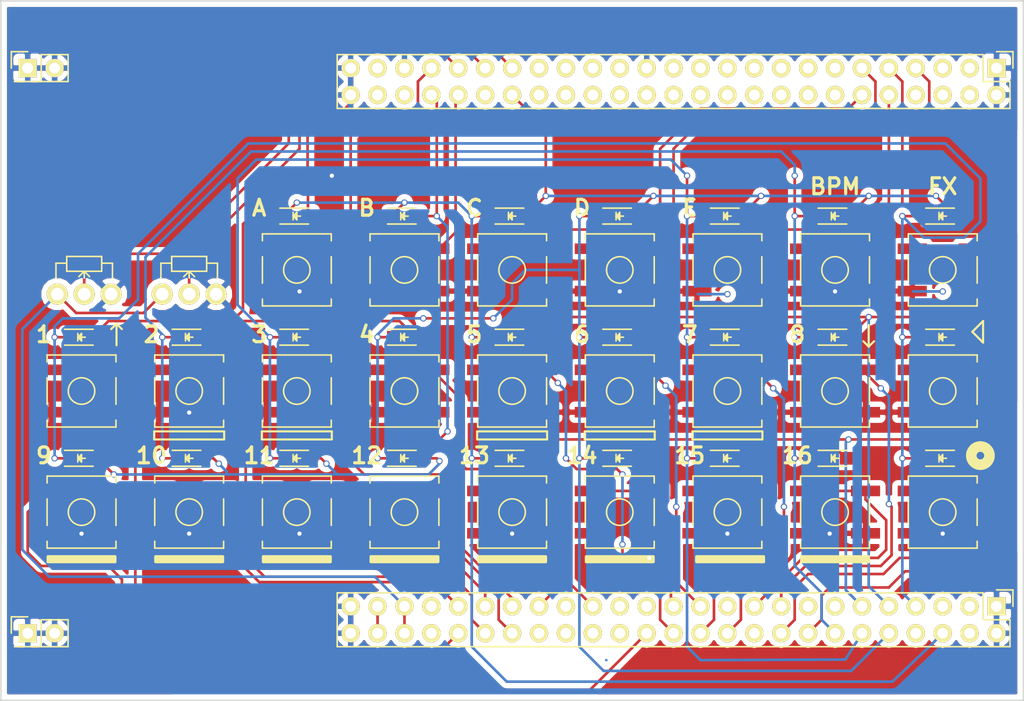
<source format=kicad_pcb>
(kicad_pcb (version 4) (host pcbnew 4.0.4+dfsg1-stable)
  (layers (0 F.Cu signal hide) (31 B.Cu signal hide) (34 B.Paste user) (35 F.Paste user) (36 B.SilkS user) (37 F.SilkS user) (38 B.Mask user) (39 F.Mask user) (44 Edge.Cuts user))
  (net 0 "")
  (net 1 /B1)
  (net 2 /B2)
  (net 3 /B3)
  (net 4 /B4)
  (net 5 /B5)
  (net 6 /B6)
  (net 7 /B7)
  (net 8 /B8)
  (net 9 /B9)
  (net 10 /B10)
  (net 11 /B11)
  (net 12 /B12)
  (net 13 /B13)
  (net 14 /B14)
  (net 15 /B15)
  (net 16 /B16)
  (net 17 /GND)
  (net 18 /PD15)
  (net 19 /NC)
  (net 20 /PD13)
  (net 21 /PD14)
  (net 22 /PD12)
  (net 23 /PB13)
  (net 24 /PB14)
  (net 25 /PB11)
  (net 26 /PB12)
  (net 27 /PE15)
  (net 28 /PB10)
  (net 29 /PE13)
  (net 30 /PE14)
  (net 31 /PE11)
  (net 32 /PE12)
  (net 33 /PE9)
  (net 34 /PE10)
  (net 35 /PE7)
  (net 36 /PE8)
  (net 37 /PB2)
  (net 38 /PB1)
  (net 39 /PB0)
  (net 40 /PC5)
  (net 41 /PC4)
  (net 42 /PA7)
  (net 43 /PA6)
  (net 44 /PA5)
  (net 45 /I2S3_WS)
  (net 46 /PA3)
  (net 47 /PA1)
  (net 48 /PA0)
  (net 49 /NRTS)
  (net 50 /VDD)
  (net 51 /I2S3_MCK)
  (net 52 /PC9)
  (net 53 /PA8)
  (net 54 /PA9)
  (net 55 /PA13)
  (net 56 /PA15)
  (net 57 /I2S3_SCK)
  (net 58 /PC11)
  (net 59 /I2S3_SD)
  (net 60 /PD0)
  (net 61 /Audio_Reset)
  (net 62 /PD5)
  (net 63 /Audio_SCL)
  (net 64 /BOOT0)
  (net 65 /Audio_SDA)
  (net 66 /MEMS_INT1)
  (net 67 /MEMS_INT2)
  (net 68 /CS_I2C/SPI)
  (net 69 /PH0)
  (net 70 /PH1)
  (net 71 /3V)
  (net 72 /5V)
  (net 73 /PD2)
  (net 74 /FX)
  (net 75 /BF1)
  (net 76 /BF2)
  (net 77 /BF3)
  (net 78 /BF4)
  (net 79 /BF5)
  (net 80 /BPM)
  (net 81 /COL1)
  (net 82 /COL2)
  (net 83 /COL3)
  (net 84 /COL4)
  (net 85 /COL5)
  (net 86 /VDD2)
  (net 87 /PC8)
  (net 88 /PC6)
  (module Buttons_Switches_SMD:SW_SPST_B3SL-1002P (layer F.Cu) (at 87.63 115.57)
    (fp_text reference SW1 hide)
    (fp_text value SW_PUSH)
    (pad 1 smd rect (at -2.875 -2) (size 2.75 1) (layers F.Cu F.Paste F.Mask) (net 1 /B1))
    (pad 1 smd rect (at 2.875 -2) (size 2.75 1) (layers F.Cu F.Paste F.Mask) (net 1 /B1))
    (pad 2 smd rect (at 2.875 2) (size 2.75 1) (layers F.Cu F.Paste F.Mask) (net 17 /GND))
    (pad 2 smd rect (at -2.875 2) (size 2.75 1) (layers F.Cu F.Paste F.Mask) (net 17 /GND))
  )
  (module Buttons_Switches_SMD:SW_SPST_B3SL-1002P (layer F.Cu) (at 97.79 115.57)
    (fp_text reference SW2 hide)
    (fp_text value SW_PUSH)
    (pad 1 smd rect (at -2.875 -2) (size 2.75 1) (layers F.Cu F.Paste F.Mask) (net 2 /B2))
    (pad 1 smd rect (at 2.875 -2) (size 2.75 1) (layers F.Cu F.Paste F.Mask) (net 2 /B2))
    (pad 2 smd rect (at 2.875 2) (size 2.75 1) (layers F.Cu F.Paste F.Mask) (net 17 /GND))
    (pad 2 smd rect (at -2.875 2) (size 2.75 1) (layers F.Cu F.Paste F.Mask) (net 17 /GND))
  )
  (module Buttons_Switches_SMD:SW_SPST_B3SL-1002P (layer F.Cu) (at 107.95 115.57)
    (fp_text reference SW3 hide)
    (fp_text value SW_PUSH)
    (pad 1 smd rect (at -2.875 -2) (size 2.75 1) (layers F.Cu F.Paste F.Mask) (net 3 /B3))
    (pad 1 smd rect (at 2.875 -2) (size 2.75 1) (layers F.Cu F.Paste F.Mask) (net 3 /B3))
    (pad 2 smd rect (at 2.875 2) (size 2.75 1) (layers F.Cu F.Paste F.Mask) (net 17 /GND))
    (pad 2 smd rect (at -2.875 2) (size 2.75 1) (layers F.Cu F.Paste F.Mask) (net 17 /GND))
  )
  (module Buttons_Switches_SMD:SW_SPST_B3SL-1002P (layer F.Cu) (at 118.11 115.57)
    (fp_text reference SW4 hide)
    (fp_text value SW_PUSH)
    (pad 1 smd rect (at -2.875 -2) (size 2.75 1) (layers F.Cu F.Paste F.Mask) (net 4 /B4))
    (pad 1 smd rect (at 2.875 -2) (size 2.75 1) (layers F.Cu F.Paste F.Mask) (net 4 /B4))
    (pad 2 smd rect (at 2.875 2) (size 2.75 1) (layers F.Cu F.Paste F.Mask) (net 17 /GND))
    (pad 2 smd rect (at -2.875 2) (size 2.75 1) (layers F.Cu F.Paste F.Mask) (net 17 /GND))
  )
  (module Buttons_Switches_SMD:SW_SPST_B3SL-1002P (layer F.Cu) (at 128.27 115.57)
    (fp_text reference SW5 hide)
    (fp_text value SW_PUSH)
    (pad 1 smd rect (at -2.875 -2) (size 2.75 1) (layers F.Cu F.Paste F.Mask) (net 5 /B5))
    (pad 1 smd rect (at 2.875 -2) (size 2.75 1) (layers F.Cu F.Paste F.Mask) (net 5 /B5))
    (pad 2 smd rect (at 2.875 2) (size 2.75 1) (layers F.Cu F.Paste F.Mask) (net 17 /GND))
    (pad 2 smd rect (at -2.875 2) (size 2.75 1) (layers F.Cu F.Paste F.Mask) (net 17 /GND))
  )
  (module Buttons_Switches_SMD:SW_SPST_B3SL-1002P (layer F.Cu) (at 138.43 115.57)
    (fp_text reference SW6 hide)
    (fp_text value SW_PUSH)
    (pad 1 smd rect (at -2.875 -2) (size 2.75 1) (layers F.Cu F.Paste F.Mask) (net 6 /B6))
    (pad 1 smd rect (at 2.875 -2) (size 2.75 1) (layers F.Cu F.Paste F.Mask) (net 6 /B6))
    (pad 2 smd rect (at 2.875 2) (size 2.75 1) (layers F.Cu F.Paste F.Mask) (net 17 /GND))
    (pad 2 smd rect (at -2.875 2) (size 2.75 1) (layers F.Cu F.Paste F.Mask) (net 17 /GND))
  )
  (module Buttons_Switches_SMD:SW_SPST_B3SL-1002P (layer F.Cu) (at 148.59 115.57)
    (fp_text reference SW7 hide)
    (fp_text value SW_PUSH)
    (pad 1 smd rect (at -2.875 -2) (size 2.75 1) (layers F.Cu F.Paste F.Mask) (net 7 /B7))
    (pad 1 smd rect (at 2.875 -2) (size 2.75 1) (layers F.Cu F.Paste F.Mask) (net 7 /B7))
    (pad 2 smd rect (at 2.875 2) (size 2.75 1) (layers F.Cu F.Paste F.Mask) (net 17 /GND))
    (pad 2 smd rect (at -2.875 2) (size 2.75 1) (layers F.Cu F.Paste F.Mask) (net 17 /GND))
  )
  (module Buttons_Switches_SMD:SW_SPST_B3SL-1002P (layer F.Cu) (at 158.75 115.57)
    (fp_text reference SW8 hide)
    (fp_text value SW_PUSH)
    (pad 1 smd rect (at -2.875 -2) (size 2.75 1) (layers F.Cu F.Paste F.Mask) (net 8 /B8))
    (pad 1 smd rect (at 2.875 -2) (size 2.75 1) (layers F.Cu F.Paste F.Mask) (net 8 /B8))
    (pad 2 smd rect (at 2.875 2) (size 2.75 1) (layers F.Cu F.Paste F.Mask) (net 17 /GND))
    (pad 2 smd rect (at -2.875 2) (size 2.75 1) (layers F.Cu F.Paste F.Mask) (net 17 /GND))
  )
  (module Buttons_Switches_SMD:SW_SPST_B3SL-1002P (layer F.Cu) (at 87.63 127)
    (fp_text reference SW9 hide)
    (fp_text value SW_PUSH)
    (pad 1 smd rect (at -2.875 -2) (size 2.75 1) (layers F.Cu F.Paste F.Mask) (net 9 /B9))
    (pad 1 smd rect (at 2.875 -2) (size 2.75 1) (layers F.Cu F.Paste F.Mask) (net 9 /B9))
    (pad 2 smd rect (at 2.875 2) (size 2.75 1) (layers F.Cu F.Paste F.Mask) (net 17 /GND))
    (pad 2 smd rect (at -2.875 2) (size 2.75 1) (layers F.Cu F.Paste F.Mask) (net 17 /GND))
  )
  (module Buttons_Switches_SMD:SW_SPST_B3SL-1002P (layer F.Cu) (at 97.79 127)
    (fp_text reference SW10 hide)
    (fp_text value SW_PUSH)
    (pad 1 smd rect (at -2.875 -2) (size 2.75 1) (layers F.Cu F.Paste F.Mask) (net 10 /B10))
    (pad 1 smd rect (at 2.875 -2) (size 2.75 1) (layers F.Cu F.Paste F.Mask) (net 10 /B10))
    (pad 2 smd rect (at 2.875 2) (size 2.75 1) (layers F.Cu F.Paste F.Mask) (net 17 /GND))
    (pad 2 smd rect (at -2.875 2) (size 2.75 1) (layers F.Cu F.Paste F.Mask) (net 17 /GND))
  )
  (module Buttons_Switches_SMD:SW_SPST_B3SL-1002P (layer F.Cu) (at 107.95 127)
    (fp_text reference SW11 hide)
    (fp_text value SW_PUSH)
    (pad 1 smd rect (at -2.875 -2) (size 2.75 1) (layers F.Cu F.Paste F.Mask) (net 11 /B11))
    (pad 1 smd rect (at 2.875 -2) (size 2.75 1) (layers F.Cu F.Paste F.Mask) (net 11 /B11))
    (pad 2 smd rect (at 2.875 2) (size 2.75 1) (layers F.Cu F.Paste F.Mask) (net 17 /GND))
    (pad 2 smd rect (at -2.875 2) (size 2.75 1) (layers F.Cu F.Paste F.Mask) (net 17 /GND))
  )
  (module Buttons_Switches_SMD:SW_SPST_B3SL-1002P (layer F.Cu) (at 118.11 127)
    (fp_text reference SW12 hide)
    (fp_text value SW_PUSH)
    (pad 1 smd rect (at -2.875 -2) (size 2.75 1) (layers F.Cu F.Paste F.Mask) (net 12 /B12))
    (pad 1 smd rect (at 2.875 -2) (size 2.75 1) (layers F.Cu F.Paste F.Mask) (net 12 /B12))
    (pad 2 smd rect (at 2.875 2) (size 2.75 1) (layers F.Cu F.Paste F.Mask) (net 17 /GND))
    (pad 2 smd rect (at -2.875 2) (size 2.75 1) (layers F.Cu F.Paste F.Mask) (net 17 /GND))
  )
  (module Buttons_Switches_SMD:SW_SPST_B3SL-1002P (layer F.Cu) (at 128.27 127)
    (fp_text reference SW13 hide)
    (fp_text value SW_PUSH)
    (pad 1 smd rect (at -2.875 -2) (size 2.75 1) (layers F.Cu F.Paste F.Mask) (net 13 /B13))
    (pad 1 smd rect (at 2.875 -2) (size 2.75 1) (layers F.Cu F.Paste F.Mask) (net 13 /B13))
    (pad 2 smd rect (at 2.875 2) (size 2.75 1) (layers F.Cu F.Paste F.Mask) (net 17 /GND))
    (pad 2 smd rect (at -2.875 2) (size 2.75 1) (layers F.Cu F.Paste F.Mask) (net 17 /GND))
  )
  (module Buttons_Switches_SMD:SW_SPST_B3SL-1002P (layer F.Cu) (at 138.43 127)
    (fp_text reference SW14 hide)
    (fp_text value SW_PUSH)
    (pad 1 smd rect (at -2.875 -2) (size 2.75 1) (layers F.Cu F.Paste F.Mask) (net 14 /B14))
    (pad 1 smd rect (at 2.875 -2) (size 2.75 1) (layers F.Cu F.Paste F.Mask) (net 14 /B14))
    (pad 2 smd rect (at 2.875 2) (size 2.75 1) (layers F.Cu F.Paste F.Mask) (net 17 /GND))
    (pad 2 smd rect (at -2.875 2) (size 2.75 1) (layers F.Cu F.Paste F.Mask) (net 17 /GND))
  )
  (module Buttons_Switches_SMD:SW_SPST_B3SL-1002P (layer F.Cu) (at 148.59 127)
    (fp_text reference SW15 hide)
    (fp_text value SW_PUSH)
    (pad 1 smd rect (at -2.875 -2) (size 2.75 1) (layers F.Cu F.Paste F.Mask) (net 15 /B15))
    (pad 1 smd rect (at 2.875 -2) (size 2.75 1) (layers F.Cu F.Paste F.Mask) (net 15 /B15))
    (pad 2 smd rect (at 2.875 2) (size 2.75 1) (layers F.Cu F.Paste F.Mask) (net 17 /GND))
    (pad 2 smd rect (at -2.875 2) (size 2.75 1) (layers F.Cu F.Paste F.Mask) (net 17 /GND))
  )
  (module Buttons_Switches_SMD:SW_SPST_B3SL-1002P (layer F.Cu) (at 158.75 127)
    (fp_text reference SW16 hide)
    (fp_text value SW_PUSH)
    (pad 1 smd rect (at -2.875 -2) (size 2.75 1) (layers F.Cu F.Paste F.Mask) (net 16 /B16))
    (pad 1 smd rect (at 2.875 -2) (size 2.75 1) (layers F.Cu F.Paste F.Mask) (net 16 /B16))
    (pad 2 smd rect (at 2.875 2) (size 2.75 1) (layers F.Cu F.Paste F.Mask) (net 17 /GND))
    (pad 2 smd rect (at -2.875 2) (size 2.75 1) (layers F.Cu F.Paste F.Mask) (net 17 /GND))
  )
  (module Pin_Headers:Pin_Header_Straight_2x25 (layer F.Cu) (at 173.99 85.09 270)
    (fp_text reference J2 hide)
    (fp_text value HEADER_25x2)
    (pad 1 thru_hole rect (at 0 0 270) (size 1.7272 1.7272) (drill 1.016) (layers *.Cu *.Mask F.SilkS) (net 17 /GND))
    (pad 2 thru_hole oval (at 2.54 0 270) (size 1.7272 1.7272) (drill 1.016) (layers *.Cu *.Mask F.SilkS) (net 17 /GND))
    (pad 3 thru_hole oval (at 0 2.54 270) (size 1.7272 1.7272) (drill 1.016) (layers *.Cu *.Mask F.SilkS) (net 18 /PD15))
    (pad 4 thru_hole oval (at 2.54 2.54 270) (size 1.7272 1.7272) (drill 1.016) (layers *.Cu *.Mask F.SilkS) (net 19 /NC))
    (pad 5 thru_hole oval (at 0 5.08 270) (size 1.7272 1.7272) (drill 1.016) (layers *.Cu *.Mask F.SilkS) (net 20 /PD13))
    (pad 6 thru_hole oval (at 2.54 5.08 270) (size 1.7272 1.7272) (drill 1.016) (layers *.Cu *.Mask F.SilkS) (net 21 /PD14))
    (pad 7 thru_hole oval (at 0 7.62 270) (size 1.7272 1.7272) (drill 1.016) (layers *.Cu *.Mask F.SilkS) (net 74 /FX))
    (pad 8 thru_hole oval (at 2.54 7.62 270) (size 1.7272 1.7272) (drill 1.016) (layers *.Cu *.Mask F.SilkS) (net 22 /PD12))
    (pad 9 thru_hole oval (at 0 10.16 270) (size 1.7272 1.7272) (drill 1.016) (layers *.Cu *.Mask F.SilkS) (net 80 /BPM))
    (pad 10 thru_hole oval (at 2.54 10.16 270) (size 1.7272 1.7272) (drill 1.016) (layers *.Cu *.Mask F.SilkS) (net 79 /BF5))
    (pad 11 thru_hole oval (at 0 12.7 270) (size 1.7272 1.7272) (drill 1.016) (layers *.Cu *.Mask F.SilkS) (net 78 /BF4))
    (pad 12 thru_hole oval (at 2.54 12.7 270) (size 1.7272 1.7272) (drill 1.016) (layers *.Cu *.Mask F.SilkS) (net 77 /BF3))
    (pad 13 thru_hole oval (at 0 15.24 270) (size 1.7272 1.7272) (drill 1.016) (layers *.Cu *.Mask F.SilkS) (net 23 /PB13))
    (pad 14 thru_hole oval (at 2.54 15.24 270) (size 1.7272 1.7272) (drill 1.016) (layers *.Cu *.Mask F.SilkS) (net 24 /PB14))
    (pad 15 thru_hole oval (at 0 17.78 270) (size 1.7272 1.7272) (drill 1.016) (layers *.Cu *.Mask F.SilkS) (net 25 /PB11))
    (pad 16 thru_hole oval (at 2.54 17.78 270) (size 1.7272 1.7272) (drill 1.016) (layers *.Cu *.Mask F.SilkS) (net 26 /PB12))
    (pad 17 thru_hole oval (at 0 20.32 270) (size 1.7272 1.7272) (drill 1.016) (layers *.Cu *.Mask F.SilkS) (net 27 /PE15))
    (pad 18 thru_hole oval (at 2.54 20.32 270) (size 1.7272 1.7272) (drill 1.016) (layers *.Cu *.Mask F.SilkS) (net 28 /PB10))
    (pad 19 thru_hole oval (at 0 22.86 270) (size 1.7272 1.7272) (drill 1.016) (layers *.Cu *.Mask F.SilkS) (net 29 /PE13))
    (pad 20 thru_hole oval (at 2.54 22.86 270) (size 1.7272 1.7272) (drill 1.016) (layers *.Cu *.Mask F.SilkS) (net 30 /PE14))
    (pad 21 thru_hole oval (at 0 25.4 270) (size 1.7272 1.7272) (drill 1.016) (layers *.Cu *.Mask F.SilkS) (net 31 /PE11))
    (pad 22 thru_hole oval (at 2.54 25.4 270) (size 1.7272 1.7272) (drill 1.016) (layers *.Cu *.Mask F.SilkS) (net 32 /PE12))
    (pad 23 thru_hole oval (at 0 27.94 270) (size 1.7272 1.7272) (drill 1.016) (layers *.Cu *.Mask F.SilkS) (net 33 /PE9))
    (pad 24 thru_hole oval (at 2.54 27.94 270) (size 1.7272 1.7272) (drill 1.016) (layers *.Cu *.Mask F.SilkS) (net 34 /PE10))
    (pad 25 thru_hole oval (at 0 30.48 270) (size 1.7272 1.7272) (drill 1.016) (layers *.Cu *.Mask F.SilkS) (net 35 /PE7))
    (pad 26 thru_hole oval (at 2.54 30.48 270) (size 1.7272 1.7272) (drill 1.016) (layers *.Cu *.Mask F.SilkS) (net 36 /PE8))
    (pad 27 thru_hole oval (at 0 33.02 270) (size 1.7272 1.7272) (drill 1.016) (layers *.Cu *.Mask F.SilkS) (net 17 /GND))
    (pad 28 thru_hole oval (at 2.54 33.02 270) (size 1.7272 1.7272) (drill 1.016) (layers *.Cu *.Mask F.SilkS) (net 37 /PB2))
    (pad 29 thru_hole oval (at 0 35.56 270) (size 1.7272 1.7272) (drill 1.016) (layers *.Cu *.Mask F.SilkS) (net 38 /PB1))
    (pad 30 thru_hole oval (at 2.54 35.56 270) (size 1.7272 1.7272) (drill 1.016) (layers *.Cu *.Mask F.SilkS) (net 39 /PB0))
    (pad 31 thru_hole oval (at 0 38.1 270) (size 1.7272 1.7272) (drill 1.016) (layers *.Cu *.Mask F.SilkS) (net 40 /PC5))
    (pad 32 thru_hole oval (at 2.54 38.1 270) (size 1.7272 1.7272) (drill 1.016) (layers *.Cu *.Mask F.SilkS) (net 41 /PC4))
    (pad 33 thru_hole oval (at 0 40.64 270) (size 1.7272 1.7272) (drill 1.016) (layers *.Cu *.Mask F.SilkS) (net 42 /PA7))
    (pad 34 thru_hole oval (at 2.54 40.64 270) (size 1.7272 1.7272) (drill 1.016) (layers *.Cu *.Mask F.SilkS) (net 43 /PA6))
    (pad 35 thru_hole oval (at 0 43.18 270) (size 1.7272 1.7272) (drill 1.016) (layers *.Cu *.Mask F.SilkS) (net 44 /PA5))
    (pad 36 thru_hole oval (at 2.54 43.18 270) (size 1.7272 1.7272) (drill 1.016) (layers *.Cu *.Mask F.SilkS) (net 45 /I2S3_WS))
    (pad 37 thru_hole oval (at 0 45.72 270) (size 1.7272 1.7272) (drill 1.016) (layers *.Cu *.Mask F.SilkS) (net 46 /PA3))
    (pad 38 thru_hole oval (at 2.54 45.72 270) (size 1.7272 1.7272) (drill 1.016) (layers *.Cu *.Mask F.SilkS) (net 83 /COL3))
    (pad 39 thru_hole oval (at 0 48.26 270) (size 1.7272 1.7272) (drill 1.016) (layers *.Cu *.Mask F.SilkS) (net 47 /PA1))
    (pad 40 thru_hole oval (at 2.54 48.26 270) (size 1.7272 1.7272) (drill 1.016) (layers *.Cu *.Mask F.SilkS) (net 48 /PA0))
    (pad 41 thru_hole oval (at 0 50.8 270) (size 1.7272 1.7272) (drill 1.016) (layers *.Cu *.Mask F.SilkS) (net 84 /COL4))
    (pad 42 thru_hole oval (at 2.54 50.8 270) (size 1.7272 1.7272) (drill 1.016) (layers *.Cu *.Mask F.SilkS) (net 76 /BF2))
    (pad 43 thru_hole oval (at 0 53.34 270) (size 1.7272 1.7272) (drill 1.016) (layers *.Cu *.Mask F.SilkS) (net 75 /BF1))
    (pad 44 thru_hole oval (at 2.54 53.34 270) (size 1.7272 1.7272) (drill 1.016) (layers *.Cu *.Mask F.SilkS) (net 85 /COL5))
    (pad 45 thru_hole oval (at 0 55.88 270) (size 1.7272 1.7272) (drill 1.016) (layers *.Cu *.Mask F.SilkS) (net 17 /GND))
    (pad 46 thru_hole oval (at 2.54 55.88 270) (size 1.7272 1.7272) (drill 1.016) (layers *.Cu *.Mask F.SilkS) (net 49 /NRTS))
    (pad 47 thru_hole oval (at 0 58.42 270) (size 1.7272 1.7272) (drill 1.016) (layers *.Cu *.Mask F.SilkS) (net 50 /VDD))
    (pad 48 thru_hole oval (at 2.54 58.42 270) (size 1.7272 1.7272) (drill 1.016) (layers *.Cu *.Mask F.SilkS) (net 50 /VDD))
    (pad 49 thru_hole oval (at 0 60.96 270) (size 1.7272 1.7272) (drill 1.016) (layers *.Cu *.Mask F.SilkS) (net 17 /GND))
    (pad 50 thru_hole oval (at 2.54 60.96 270) (size 1.7272 1.7272) (drill 1.016) (layers *.Cu *.Mask F.SilkS) (net 17 /GND))
  )
  (module Pin_Headers:Pin_Header_Straight_2x25 (layer F.Cu) (at 173.99 135.89 270)
    (fp_text reference J3 hide)
    (fp_text value HEADER_25x2)
    (pad 1 thru_hole rect (at 0 0 270) (size 1.7272 1.7272) (drill 1.016) (layers *.Cu *.Mask F.SilkS) (net 17 /GND))
    (pad 2 thru_hole oval (at 2.54 0 270) (size 1.7272 1.7272) (drill 1.016) (layers *.Cu *.Mask F.SilkS) (net 17 /GND))
    (pad 3 thru_hole oval (at 0 2.54 270) (size 1.7272 1.7272) (drill 1.016) (layers *.Cu *.Mask F.SilkS) (net 88 /PC6))
    (pad 4 thru_hole oval (at 2.54 2.54 270) (size 1.7272 1.7272) (drill 1.016) (layers *.Cu *.Mask F.SilkS) (net 51 /I2S3_MCK))
    (pad 5 thru_hole oval (at 0 5.08 270) (size 1.7272 1.7272) (drill 1.016) (layers *.Cu *.Mask F.SilkS) (net 87 /PC8))
    (pad 6 thru_hole oval (at 2.54 5.08 270) (size 1.7272 1.7272) (drill 1.016) (layers *.Cu *.Mask F.SilkS) (net 52 /PC9))
    (pad 7 thru_hole oval (at 0 7.62 270) (size 1.7272 1.7272) (drill 1.016) (layers *.Cu *.Mask F.SilkS) (net 53 /PA8))
    (pad 8 thru_hole oval (at 2.54 7.62 270) (size 1.7272 1.7272) (drill 1.016) (layers *.Cu *.Mask F.SilkS) (net 54 /PA9))
    (pad 9 thru_hole oval (at 0 10.16 270) (size 1.7272 1.7272) (drill 1.016) (layers *.Cu *.Mask F.SilkS) (net 82 /COL2))
    (pad 10 thru_hole oval (at 2.54 10.16 270) (size 1.7272 1.7272) (drill 1.016) (layers *.Cu *.Mask F.SilkS) (net 55 /PA13))
    (pad 11 thru_hole oval (at 0 12.7 270) (size 1.7272 1.7272) (drill 1.016) (layers *.Cu *.Mask F.SilkS) (net 81 /COL1))
    (pad 12 thru_hole oval (at 2.54 12.7 270) (size 1.7272 1.7272) (drill 1.016) (layers *.Cu *.Mask F.SilkS) (net 56 /PA15))
    (pad 13 thru_hole oval (at 0 15.24 270) (size 1.7272 1.7272) (drill 1.016) (layers *.Cu *.Mask F.SilkS) (net 57 /I2S3_SCK))
    (pad 14 thru_hole oval (at 2.54 15.24 270) (size 1.7272 1.7272) (drill 1.016) (layers *.Cu *.Mask F.SilkS) (net 58 /PC11))
    (pad 15 thru_hole oval (at 0 17.78 270) (size 1.7272 1.7272) (drill 1.016) (layers *.Cu *.Mask F.SilkS) (net 59 /I2S3_SD))
    (pad 16 thru_hole oval (at 2.54 17.78 270) (size 1.7272 1.7272) (drill 1.016) (layers *.Cu *.Mask F.SilkS) (net 60 /PD0))
    (pad 17 thru_hole oval (at 0 20.32 270) (size 1.7272 1.7272) (drill 1.016) (layers *.Cu *.Mask F.SilkS) (net 8 /B8))
    (pad 18 thru_hole oval (at 2.54 20.32 270) (size 1.7272 1.7272) (drill 1.016) (layers *.Cu *.Mask F.SilkS) (net 73 /PD2))
    (pad 19 thru_hole oval (at 0 22.86 270) (size 1.7272 1.7272) (drill 1.016) (layers *.Cu *.Mask F.SilkS) (net 16 /B16))
    (pad 20 thru_hole oval (at 2.54 22.86 270) (size 1.7272 1.7272) (drill 1.016) (layers *.Cu *.Mask F.SilkS) (net 61 /Audio_Reset))
    (pad 21 thru_hole oval (at 0 25.4 270) (size 1.7272 1.7272) (drill 1.016) (layers *.Cu *.Mask F.SilkS) (net 62 /PD5))
    (pad 22 thru_hole oval (at 2.54 25.4 270) (size 1.7272 1.7272) (drill 1.016) (layers *.Cu *.Mask F.SilkS) (net 7 /B7))
    (pad 23 thru_hole oval (at 0 27.94 270) (size 1.7272 1.7272) (drill 1.016) (layers *.Cu *.Mask F.SilkS) (net 6 /B6))
    (pad 24 thru_hole oval (at 2.54 27.94 270) (size 1.7272 1.7272) (drill 1.016) (layers *.Cu *.Mask F.SilkS) (net 15 /B15))
    (pad 25 thru_hole oval (at 0 30.48 270) (size 1.7272 1.7272) (drill 1.016) (layers *.Cu *.Mask F.SilkS) (net 14 /B14))
    (pad 26 thru_hole oval (at 2.54 30.48 270) (size 1.7272 1.7272) (drill 1.016) (layers *.Cu *.Mask F.SilkS) (net 5 /B5))
    (pad 27 thru_hole oval (at 0 33.02 270) (size 1.7272 1.7272) (drill 1.016) (layers *.Cu *.Mask F.SilkS) (net 63 /Audio_SCL))
    (pad 28 thru_hole oval (at 2.54 33.02 270) (size 1.7272 1.7272) (drill 1.016) (layers *.Cu *.Mask F.SilkS) (net 9 /B9))
    (pad 29 thru_hole oval (at 0 35.56 270) (size 1.7272 1.7272) (drill 1.016) (layers *.Cu *.Mask F.SilkS) (net 64 /BOOT0))
    (pad 30 thru_hole oval (at 2.54 35.56 270) (size 1.7272 1.7272) (drill 1.016) (layers *.Cu *.Mask F.SilkS) (net 86 /VDD2))
    (pad 31 thru_hole oval (at 0 38.1 270) (size 1.7272 1.7272) (drill 1.016) (layers *.Cu *.Mask F.SilkS) (net 4 /B4))
    (pad 32 thru_hole oval (at 2.54 38.1 270) (size 1.7272 1.7272) (drill 1.016) (layers *.Cu *.Mask F.SilkS) (net 65 /Audio_SDA))
    (pad 33 thru_hole oval (at 0 40.64 270) (size 1.7272 1.7272) (drill 1.016) (layers *.Cu *.Mask F.SilkS) (net 66 /MEMS_INT1))
    (pad 34 thru_hole oval (at 2.54 40.64 270) (size 1.7272 1.7272) (drill 1.016) (layers *.Cu *.Mask F.SilkS) (net 67 /MEMS_INT2))
    (pad 35 thru_hole oval (at 0 43.18 270) (size 1.7272 1.7272) (drill 1.016) (layers *.Cu *.Mask F.SilkS) (net 13 /B13))
    (pad 36 thru_hole oval (at 2.54 43.18 270) (size 1.7272 1.7272) (drill 1.016) (layers *.Cu *.Mask F.SilkS) (net 68 /CS_I2C/SPI))
    (pad 37 thru_hole oval (at 0 45.72 270) (size 1.7272 1.7272) (drill 1.016) (layers *.Cu *.Mask F.SilkS) (net 3 /B3))
    (pad 38 thru_hole oval (at 2.54 45.72 270) (size 1.7272 1.7272) (drill 1.016) (layers *.Cu *.Mask F.SilkS) (net 12 /B12))
    (pad 39 thru_hole oval (at 0 48.26 270) (size 1.7272 1.7272) (drill 1.016) (layers *.Cu *.Mask F.SilkS) (net 11 /B11))
    (pad 40 thru_hole oval (at 2.54 48.26 270) (size 1.7272 1.7272) (drill 1.016) (layers *.Cu *.Mask F.SilkS) (net 2 /B2))
    (pad 41 thru_hole oval (at 0 50.8 270) (size 1.7272 1.7272) (drill 1.016) (layers *.Cu *.Mask F.SilkS) (net 10 /B10))
    (pad 42 thru_hole oval (at 2.54 50.8 270) (size 1.7272 1.7272) (drill 1.016) (layers *.Cu *.Mask F.SilkS) (net 1 /B1))
    (pad 43 thru_hole oval (at 0 53.34 270) (size 1.7272 1.7272) (drill 1.016) (layers *.Cu *.Mask F.SilkS) (net 69 /PH0))
    (pad 44 thru_hole oval (at 2.54 53.34 270) (size 1.7272 1.7272) (drill 1.016) (layers *.Cu *.Mask F.SilkS) (net 70 /PH1))
    (pad 45 thru_hole oval (at 0 55.88 270) (size 1.7272 1.7272) (drill 1.016) (layers *.Cu *.Mask F.SilkS) (net 71 /3V))
    (pad 46 thru_hole oval (at 2.54 55.88 270) (size 1.7272 1.7272) (drill 1.016) (layers *.Cu *.Mask F.SilkS) (net 71 /3V))
    (pad 47 thru_hole oval (at 0 58.42 270) (size 1.7272 1.7272) (drill 1.016) (layers *.Cu *.Mask F.SilkS) (net 72 /5V))
    (pad 48 thru_hole oval (at 2.54 58.42 270) (size 1.7272 1.7272) (drill 1.016) (layers *.Cu *.Mask F.SilkS) (net 72 /5V))
    (pad 49 thru_hole oval (at 0 60.96 270) (size 1.7272 1.7272) (drill 1.016) (layers *.Cu *.Mask F.SilkS) (net 17 /GND))
    (pad 50 thru_hole oval (at 2.54 60.96 270) (size 1.7272 1.7272) (drill 1.016) (layers *.Cu *.Mask F.SilkS) (net 17 /GND))
  )
  (module Buttons_Switches_SMD:SW_SPST_B3SL-1002P (layer F.Cu) (at 168.91 115.57)
    (fp_text reference Play1 hide)
    (fp_text value SW_PUSH)
    (pad 1 smd rect (at -2.875 -2) (size 2.75 1) (layers F.Cu F.Paste F.Mask) (net 60 /PD0))
    (pad 1 smd rect (at 2.875 -2) (size 2.75 1) (layers F.Cu F.Paste F.Mask) (net 60 /PD0))
    (pad 2 smd rect (at 2.875 2) (size 2.75 1) (layers F.Cu F.Paste F.Mask) (net 17 /GND))
    (pad 2 smd rect (at -2.875 2) (size 2.75 1) (layers F.Cu F.Paste F.Mask) (net 17 /GND))
  )
  (module Buttons_Switches_SMD:SW_SPST_B3SL-1002P (layer F.Cu) (at 168.91 127)
    (fp_text reference Write1 hide)
    (fp_text value SW_PUSH)
    (pad 1 smd rect (at -2.875 -2) (size 2.75 1) (layers F.Cu F.Paste F.Mask) (net 73 /PD2))
    (pad 1 smd rect (at 2.875 -2) (size 2.75 1) (layers F.Cu F.Paste F.Mask) (net 73 /PD2))
    (pad 2 smd rect (at 2.875 2) (size 2.75 1) (layers F.Cu F.Paste F.Mask) (net 17 /GND))
    (pad 2 smd rect (at -2.875 2) (size 2.75 1) (layers F.Cu F.Paste F.Mask) (net 17 /GND))
  )
  (module Pin_Headers:Pin_Header_Straight_2x01 (layer F.Cu) (at 82.55 85.09)
    (fp_text reference J1 hide)
    (fp_text value HEADER_2)
    (pad 1 thru_hole rect (at 0 0) (size 1.7272 1.7272) (drill 1.016) (layers *.Cu *.Mask F.SilkS) (net 17 /GND))
    (pad 2 thru_hole oval (at 2.54 0) (size 1.7272 1.7272) (drill 1.016) (layers *.Cu *.Mask F.SilkS) (net 17 /GND))
  )
  (module Pin_Headers:Pin_Header_Straight_2x01 (layer F.Cu) (at 82.55 138.43)
    (fp_text reference J5 hide)
    (fp_text value HEADER_2)
    (pad 1 thru_hole rect (at 0 0) (size 1.7272 1.7272) (drill 1.016) (layers *.Cu *.Mask F.SilkS) (net 17 /GND))
    (pad 2 thru_hole oval (at 2.54 0) (size 1.7272 1.7272) (drill 1.016) (layers *.Cu *.Mask F.SilkS) (net 17 /GND))
  )
  (module Buttons_Switches_SMD:SW_SPST_B3SL-1002P (layer F.Cu) (at 168.91 104.14)
    (fp_text reference Play2 hide)
    (fp_text value SW_PUSH)
    (pad 1 smd rect (at -2.875 -2) (size 2.75 1) (layers F.Cu F.Paste F.Mask) (net 74 /FX))
    (pad 1 smd rect (at 2.875 -2) (size 2.75 1) (layers F.Cu F.Paste F.Mask) (net 74 /FX))
    (pad 2 smd rect (at 2.875 2) (size 2.75 1) (layers F.Cu F.Paste F.Mask) (net 17 /GND))
    (pad 2 smd rect (at -2.875 2) (size 2.75 1) (layers F.Cu F.Paste F.Mask) (net 17 /GND))
  )
  (module Buttons_Switches_SMD:SW_SPST_B3SL-1002P (layer F.Cu) (at 107.95 104.14)
    (fp_text reference SW17 hide)
    (fp_text value SW_PUSH)
    (pad 1 smd rect (at -2.875 -2) (size 2.75 1) (layers F.Cu F.Paste F.Mask) (net 75 /BF1))
    (pad 1 smd rect (at 2.875 -2) (size 2.75 1) (layers F.Cu F.Paste F.Mask) (net 75 /BF1))
    (pad 2 smd rect (at 2.875 2) (size 2.75 1) (layers F.Cu F.Paste F.Mask) (net 17 /GND))
    (pad 2 smd rect (at -2.875 2) (size 2.75 1) (layers F.Cu F.Paste F.Mask) (net 17 /GND))
  )
  (module Buttons_Switches_SMD:SW_SPST_B3SL-1002P (layer F.Cu) (at 118.11 104.14)
    (fp_text reference SW18 hide)
    (fp_text value SW_PUSH)
    (pad 1 smd rect (at -2.875 -2) (size 2.75 1) (layers F.Cu F.Paste F.Mask) (net 76 /BF2))
    (pad 1 smd rect (at 2.875 -2) (size 2.75 1) (layers F.Cu F.Paste F.Mask) (net 76 /BF2))
    (pad 2 smd rect (at 2.875 2) (size 2.75 1) (layers F.Cu F.Paste F.Mask) (net 17 /GND))
    (pad 2 smd rect (at -2.875 2) (size 2.75 1) (layers F.Cu F.Paste F.Mask) (net 17 /GND))
  )
  (module Buttons_Switches_SMD:SW_SPST_B3SL-1002P (layer F.Cu) (at 128.27 104.14)
    (fp_text reference SW19 hide)
    (fp_text value SW_PUSH)
    (pad 1 smd rect (at -2.875 -2) (size 2.75 1) (layers F.Cu F.Paste F.Mask) (net 77 /BF3))
    (pad 1 smd rect (at 2.875 -2) (size 2.75 1) (layers F.Cu F.Paste F.Mask) (net 77 /BF3))
    (pad 2 smd rect (at 2.875 2) (size 2.75 1) (layers F.Cu F.Paste F.Mask) (net 17 /GND))
    (pad 2 smd rect (at -2.875 2) (size 2.75 1) (layers F.Cu F.Paste F.Mask) (net 17 /GND))
  )
  (module Buttons_Switches_SMD:SW_SPST_B3SL-1002P (layer F.Cu) (at 138.43 104.14)
    (fp_text reference SW20 hide)
    (fp_text value SW_PUSH)
    (pad 1 smd rect (at -2.875 -2) (size 2.75 1) (layers F.Cu F.Paste F.Mask) (net 78 /BF4))
    (pad 1 smd rect (at 2.875 -2) (size 2.75 1) (layers F.Cu F.Paste F.Mask) (net 78 /BF4))
    (pad 2 smd rect (at 2.875 2) (size 2.75 1) (layers F.Cu F.Paste F.Mask) (net 17 /GND))
    (pad 2 smd rect (at -2.875 2) (size 2.75 1) (layers F.Cu F.Paste F.Mask) (net 17 /GND))
  )
  (module Buttons_Switches_SMD:SW_SPST_B3SL-1002P (layer F.Cu) (at 148.59 104.14)
    (fp_text reference SW21 hide)
    (fp_text value SW_PUSH)
    (pad 1 smd rect (at -2.875 -2) (size 2.75 1) (layers F.Cu F.Paste F.Mask) (net 79 /BF5))
    (pad 1 smd rect (at 2.875 -2) (size 2.75 1) (layers F.Cu F.Paste F.Mask) (net 79 /BF5))
    (pad 2 smd rect (at 2.875 2) (size 2.75 1) (layers F.Cu F.Paste F.Mask) (net 17 /GND))
    (pad 2 smd rect (at -2.875 2) (size 2.75 1) (layers F.Cu F.Paste F.Mask) (net 17 /GND))
  )
  (module Buttons_Switches_SMD:SW_SPST_B3SL-1002P (layer F.Cu) (at 158.75 104.14)
    (fp_text reference SW22 hide)
    (fp_text value SW_PUSH)
    (pad 1 smd rect (at -2.875 -2) (size 2.75 1) (layers F.Cu F.Paste F.Mask) (net 80 /BPM))
    (pad 1 smd rect (at 2.875 -2) (size 2.75 1) (layers F.Cu F.Paste F.Mask) (net 80 /BPM))
    (pad 2 smd rect (at 2.875 2) (size 2.75 1) (layers F.Cu F.Paste F.Mask) (net 17 /GND))
    (pad 2 smd rect (at -2.875 2) (size 2.75 1) (layers F.Cu F.Paste F.Mask) (net 17 /GND))
  )
  (module LEDs:LED_0805 (layer F.Cu) (at 128.27 121.92)
    (fp_text reference D1 hide)
    (fp_text value LED)
    (pad 2 smd rect (at 1.04902 0 180) (size 1.19888 1.19888) (layers F.Cu F.Paste F.Mask) (net 81 /COL1))
    (pad 1 smd rect (at -1.04902 0 180) (size 1.19888 1.19888) (layers F.Cu F.Paste F.Mask) (net 52 /PC9))
  )
  (module LEDs:LED_0805 (layer F.Cu) (at 138.43 121.92)
    (fp_text reference D2 hide)
    (fp_text value LED)
    (pad 2 smd rect (at 1.04902 0 180) (size 1.19888 1.19888) (layers F.Cu F.Paste F.Mask) (net 81 /COL1))
    (pad 1 smd rect (at -1.04902 0 180) (size 1.19888 1.19888) (layers F.Cu F.Paste F.Mask) (net 55 /PA13))
  )
  (module LEDs:LED_0805 (layer F.Cu) (at 148.59 121.92)
    (fp_text reference D3 hide)
    (fp_text value LED)
    (pad 2 smd rect (at 1.04902 0 180) (size 1.19888 1.19888) (layers F.Cu F.Paste F.Mask) (net 81 /COL1))
    (pad 1 smd rect (at -1.04902 0 180) (size 1.19888 1.19888) (layers F.Cu F.Paste F.Mask) (net 56 /PA15))
  )
  (module LEDs:LED_0805 (layer F.Cu) (at 158.75 121.92)
    (fp_text reference D4 hide)
    (fp_text value LED)
    (pad 2 smd rect (at 1.04902 0 180) (size 1.19888 1.19888) (layers F.Cu F.Paste F.Mask) (net 81 /COL1))
    (pad 1 smd rect (at -1.04902 0 180) (size 1.19888 1.19888) (layers F.Cu F.Paste F.Mask) (net 58 /PC11))
  )
  (module LEDs:LED_0805 (layer F.Cu) (at 168.91 121.92)
    (fp_text reference D5 hide)
    (fp_text value LED)
    (pad 2 smd rect (at 1.04902 0 180) (size 1.19888 1.19888) (layers F.Cu F.Paste F.Mask) (net 81 /COL1))
    (pad 1 smd rect (at -1.04902 0 180) (size 1.19888 1.19888) (layers F.Cu F.Paste F.Mask) (net 53 /PA8))
  )
  (module LEDs:LED_0805 (layer F.Cu) (at 128.27 110.49)
    (fp_text reference D6 hide)
    (fp_text value LED)
    (pad 2 smd rect (at 1.04902 0 180) (size 1.19888 1.19888) (layers F.Cu F.Paste F.Mask) (net 82 /COL2))
    (pad 1 smd rect (at -1.04902 0 180) (size 1.19888 1.19888) (layers F.Cu F.Paste F.Mask) (net 52 /PC9))
  )
  (module LEDs:LED_0805 (layer F.Cu) (at 138.43 110.49)
    (fp_text reference D7 hide)
    (fp_text value LED)
    (pad 2 smd rect (at 1.04902 0 180) (size 1.19888 1.19888) (layers F.Cu F.Paste F.Mask) (net 82 /COL2))
    (pad 1 smd rect (at -1.04902 0 180) (size 1.19888 1.19888) (layers F.Cu F.Paste F.Mask) (net 55 /PA13))
  )
  (module LEDs:LED_0805 (layer F.Cu) (at 148.59 110.49)
    (fp_text reference D8 hide)
    (fp_text value LED)
    (pad 2 smd rect (at 1.04902 0 180) (size 1.19888 1.19888) (layers F.Cu F.Paste F.Mask) (net 82 /COL2))
    (pad 1 smd rect (at -1.04902 0 180) (size 1.19888 1.19888) (layers F.Cu F.Paste F.Mask) (net 56 /PA15))
  )
  (module LEDs:LED_0805 (layer F.Cu) (at 158.75 110.49)
    (fp_text reference D9 hide)
    (fp_text value LED)
    (pad 2 smd rect (at 1.04902 0 180) (size 1.19888 1.19888) (layers F.Cu F.Paste F.Mask) (net 82 /COL2))
    (pad 1 smd rect (at -1.04902 0 180) (size 1.19888 1.19888) (layers F.Cu F.Paste F.Mask) (net 58 /PC11))
  )
  (module LEDs:LED_0805 (layer F.Cu) (at 168.91 110.49)
    (fp_text reference D10 hide)
    (fp_text value LED)
    (pad 2 smd rect (at 1.04902 0 180) (size 1.19888 1.19888) (layers F.Cu F.Paste F.Mask) (net 82 /COL2))
    (pad 1 smd rect (at -1.04902 0 180) (size 1.19888 1.19888) (layers F.Cu F.Paste F.Mask) (net 53 /PA8))
  )
  (module LEDs:LED_0805 (layer F.Cu) (at 128.27 99.06)
    (fp_text reference D11 hide)
    (fp_text value LED)
    (pad 2 smd rect (at 1.04902 0 180) (size 1.19888 1.19888) (layers F.Cu F.Paste F.Mask) (net 83 /COL3))
    (pad 1 smd rect (at -1.04902 0 180) (size 1.19888 1.19888) (layers F.Cu F.Paste F.Mask) (net 52 /PC9))
  )
  (module LEDs:LED_0805 (layer F.Cu) (at 138.43 99.06)
    (fp_text reference D12 hide)
    (fp_text value LED)
    (pad 2 smd rect (at 1.04902 0 180) (size 1.19888 1.19888) (layers F.Cu F.Paste F.Mask) (net 83 /COL3))
    (pad 1 smd rect (at -1.04902 0 180) (size 1.19888 1.19888) (layers F.Cu F.Paste F.Mask) (net 55 /PA13))
  )
  (module LEDs:LED_0805 (layer F.Cu) (at 148.59 99.06)
    (fp_text reference D13 hide)
    (fp_text value LED)
    (pad 2 smd rect (at 1.04902 0 180) (size 1.19888 1.19888) (layers F.Cu F.Paste F.Mask) (net 83 /COL3))
    (pad 1 smd rect (at -1.04902 0 180) (size 1.19888 1.19888) (layers F.Cu F.Paste F.Mask) (net 56 /PA15))
  )
  (module LEDs:LED_0805 (layer F.Cu) (at 158.75 99.06)
    (fp_text reference D14 hide)
    (fp_text value LED)
    (pad 2 smd rect (at 1.04902 0 180) (size 1.19888 1.19888) (layers F.Cu F.Paste F.Mask) (net 83 /COL3))
    (pad 1 smd rect (at -1.04902 0 180) (size 1.19888 1.19888) (layers F.Cu F.Paste F.Mask) (net 58 /PC11))
  )
  (module LEDs:LED_0805 (layer F.Cu) (at 168.91 99.06)
    (fp_text reference D15 hide)
    (fp_text value LED)
    (pad 2 smd rect (at 1.04902 0 180) (size 1.19888 1.19888) (layers F.Cu F.Paste F.Mask) (net 83 /COL3))
    (pad 1 smd rect (at -1.04902 0 180) (size 1.19888 1.19888) (layers F.Cu F.Paste F.Mask) (net 53 /PA8))
  )
  (module LEDs:LED_0805 (layer F.Cu) (at 107.95 99.06)
    (fp_text reference D16 hide)
    (fp_text value LED)
    (pad 2 smd rect (at 1.04902 0 180) (size 1.19888 1.19888) (layers F.Cu F.Paste F.Mask) (net 84 /COL4))
    (pad 1 smd rect (at -1.04902 0 180) (size 1.19888 1.19888) (layers F.Cu F.Paste F.Mask) (net 52 /PC9))
  )
  (module LEDs:LED_0805 (layer F.Cu) (at 118.11 110.49)
    (fp_text reference D17 hide)
    (fp_text value LED)
    (pad 2 smd rect (at 1.04902 0 180) (size 1.19888 1.19888) (layers F.Cu F.Paste F.Mask) (net 84 /COL4))
    (pad 1 smd rect (at -1.04902 0 180) (size 1.19888 1.19888) (layers F.Cu F.Paste F.Mask) (net 55 /PA13))
  )
  (module LEDs:LED_0805 (layer F.Cu) (at 107.95 110.49)
    (fp_text reference D18 hide)
    (fp_text value LED)
    (pad 2 smd rect (at 1.04902 0 180) (size 1.19888 1.19888) (layers F.Cu F.Paste F.Mask) (net 84 /COL4))
    (pad 1 smd rect (at -1.04902 0 180) (size 1.19888 1.19888) (layers F.Cu F.Paste F.Mask) (net 56 /PA15))
  )
  (module LEDs:LED_0805 (layer F.Cu) (at 97.79 110.49)
    (fp_text reference D19 hide)
    (fp_text value LED)
    (pad 2 smd rect (at 1.04902 0 180) (size 1.19888 1.19888) (layers F.Cu F.Paste F.Mask) (net 84 /COL4))
    (pad 1 smd rect (at -1.04902 0 180) (size 1.19888 1.19888) (layers F.Cu F.Paste F.Mask) (net 58 /PC11))
  )
  (module LEDs:LED_0805 (layer F.Cu) (at 87.63 110.49)
    (fp_text reference D20 hide)
    (fp_text value LED)
    (pad 2 smd rect (at 1.04902 0 180) (size 1.19888 1.19888) (layers F.Cu F.Paste F.Mask) (net 84 /COL4))
    (pad 1 smd rect (at -1.04902 0 180) (size 1.19888 1.19888) (layers F.Cu F.Paste F.Mask) (net 53 /PA8))
  )
  (module LEDs:LED_0805 (layer F.Cu) (at 118.11 99.06)
    (fp_text reference D21 hide)
    (fp_text value LED)
    (pad 2 smd rect (at 1.04902 0 180) (size 1.19888 1.19888) (layers F.Cu F.Paste F.Mask) (net 85 /COL5))
    (pad 1 smd rect (at -1.04902 0 180) (size 1.19888 1.19888) (layers F.Cu F.Paste F.Mask) (net 52 /PC9))
  )
  (module LEDs:LED_0805 (layer F.Cu) (at 118.11 121.92)
    (fp_text reference D22 hide)
    (fp_text value LED)
    (pad 2 smd rect (at 1.04902 0 180) (size 1.19888 1.19888) (layers F.Cu F.Paste F.Mask) (net 85 /COL5))
    (pad 1 smd rect (at -1.04902 0 180) (size 1.19888 1.19888) (layers F.Cu F.Paste F.Mask) (net 55 /PA13))
  )
  (module LEDs:LED_0805 (layer F.Cu) (at 107.95 121.92)
    (fp_text reference D23 hide)
    (fp_text value LED)
    (pad 2 smd rect (at 1.04902 0 180) (size 1.19888 1.19888) (layers F.Cu F.Paste F.Mask) (net 85 /COL5))
    (pad 1 smd rect (at -1.04902 0 180) (size 1.19888 1.19888) (layers F.Cu F.Paste F.Mask) (net 56 /PA15))
  )
  (module LEDs:LED_0805 (layer F.Cu) (at 97.79 121.92)
    (fp_text reference D24 hide)
    (fp_text value LED)
    (pad 2 smd rect (at 1.04902 0 180) (size 1.19888 1.19888) (layers F.Cu F.Paste F.Mask) (net 85 /COL5))
    (pad 1 smd rect (at -1.04902 0 180) (size 1.19888 1.19888) (layers F.Cu F.Paste F.Mask) (net 58 /PC11))
  )
  (module LEDs:LED_0805 (layer F.Cu) (at 87.63 121.92)
    (fp_text reference D25 hide)
    (fp_text value LED)
    (pad 2 smd rect (at 1.04902 0 180) (size 1.19888 1.19888) (layers F.Cu F.Paste F.Mask) (net 85 /COL5))
    (pad 1 smd rect (at -1.04902 0 180) (size 1.19888 1.19888) (layers F.Cu F.Paste F.Mask) (net 53 /PA8))
  )
  (module Potentiometers:Potentiometer_WirePads_Small (layer F.Cu) (at 95.25 106.426 90)
    (fp_text reference RV1 hide)
    (fp_text value POT)
    (pad 2 thru_hole circle (at 0 2.54 90) (size 1.99898 1.99898) (drill 1.19888) (layers *.Cu *.Mask F.SilkS) (net 47 /PA1))
    (pad 3 thru_hole circle (at 0 5.08 90) (size 1.99898 1.99898) (drill 1.19888) (layers *.Cu *.Mask F.SilkS) (net 17 /GND))
    (pad 1 thru_hole circle (at 0 0 90) (size 1.99898 1.99898) (drill 1.19888) (layers *.Cu *.Mask F.SilkS) (net 71 /3V))
  )
  (module Potentiometers:Potentiometer_WirePads_Small (layer F.Cu) (at 85.344 106.426 90)
    (fp_text reference RV2 hide)
    (fp_text value POT)
    (pad 2 thru_hole circle (at 0 2.54 90) (size 1.99898 1.99898) (drill 1.19888) (layers *.Cu *.Mask F.SilkS) (net 46 /PA3))
    (pad 3 thru_hole circle (at 0 5.08 90) (size 1.99898 1.99898) (drill 1.19888) (layers *.Cu *.Mask F.SilkS) (net 17 /GND))
    (pad 1 thru_hole circle (at 0 0 90) (size 1.99898 1.99898) (drill 1.19888) (layers *.Cu *.Mask F.SilkS) (net 71 /3V))
  )
  (gr_line (start 161.925 109.347) (end 161.925 111.379) (angle 90) (layer F.SilkS) (width 0.2))
  (gr_line (start 161.925 111.379) (end 162.433 110.871) (angle 90) (layer F.SilkS) (width 0.2))
  (gr_line (start 161.925 111.379) (end 161.417 110.871) (angle 90) (layer F.SilkS) (width 0.2))
  (gr_line (start 90.932 109.22) (end 91.44 109.728) (angle 90) (layer F.SilkS) (width 0.2))
  (gr_line (start 90.932 109.22) (end 90.424 109.728) (angle 90) (layer F.SilkS) (width 0.2))
  (gr_line (start 90.932 111.252) (end 90.932 109.22) (angle 90) (layer F.SilkS) (width 0.2))
  (gr_line (start 135.128 119.38) (end 141.732 119.38) (angle 90) (layer F.SilkS) (width 0.2))
  (gr_line (start 141.732 120.142) (end 135.128 120.142) (angle 90) (layer F.SilkS) (width 0.2))
  (gr_line (start 141.732 119.38) (end 141.732 120.142) (angle 90) (layer F.SilkS) (width 0.2))
  (gr_line (start 135.128 119.38) (end 135.128 120.142) (angle 90) (layer F.SilkS) (width 0.2))
  (gr_line (start 124.968 119.38) (end 131.572 119.38) (angle 90) (layer F.SilkS) (width 0.2))
  (gr_line (start 131.572 120.142) (end 124.968 120.142) (angle 90) (layer F.SilkS) (width 0.2))
  (gr_line (start 131.572 119.38) (end 131.572 120.142) (angle 90) (layer F.SilkS) (width 0.2))
  (gr_line (start 124.968 119.38) (end 124.968 120.142) (angle 90) (layer F.SilkS) (width 0.2))
  (gr_line (start 104.648 119.38) (end 104.648 120.142) (angle 90) (layer F.SilkS) (width 0.2))
  (gr_line (start 111.252 119.38) (end 111.252 120.142) (angle 90) (layer F.SilkS) (width 0.2))
  (gr_line (start 111.252 120.142) (end 104.648 120.142) (angle 90) (layer F.SilkS) (width 0.2))
  (gr_line (start 104.648 119.38) (end 111.252 119.38) (angle 90) (layer F.SilkS) (width 0.2))
  (gr_line (start 94.488 119.38) (end 101.092 119.38) (angle 90) (layer F.SilkS) (width 0.2))
  (gr_line (start 101.092 120.142) (end 94.488 120.142) (angle 90) (layer F.SilkS) (width 0.2))
  (gr_line (start 101.092 119.38) (end 101.092 120.142) (angle 90) (layer F.SilkS) (width 0.2))
  (gr_line (start 94.488 119.38) (end 94.488 120.142) (angle 90) (layer F.SilkS) (width 0.2))
  (gr_line (start 145.288 119.38) (end 145.288 120.142) (angle 90) (layer F.SilkS) (width 0.2))
  (gr_line (start 151.892 119.38) (end 151.892 120.142) (angle 90) (layer F.SilkS) (width 0.2))
  (gr_line (start 151.892 120.142) (end 145.288 120.142) (angle 90) (layer F.SilkS) (width 0.2))
  (gr_line (start 145.288 119.38) (end 151.892 119.38) (angle 90) (layer F.SilkS) (width 0.2))
  (gr_text E (at 145.034 98.298) (layer F.SilkS) (effects (font (size 1.5 1.5) (thickness 0.3))))
  (gr_text D (at 134.874 98.298) (layer F.SilkS) (effects (font (size 1.5 1.5) (thickness 0.3))))
  (gr_text C (at 124.714 98.298) (layer F.SilkS) (effects (font (size 1.5 1.5) (thickness 0.3))))
  (gr_text B (at 114.554 98.298) (layer F.SilkS) (effects (font (size 1.5 1.5) (thickness 0.3))))
  (gr_text A (at 104.394 98.298) (layer F.SilkS) (effects (font (size 1.5 1.5) (thickness 0.3))))
  (gr_text BPM (at 158.75 96.266) (layer F.SilkS) (effects (font (size 1.5 1.5) (thickness 0.3))))
  (gr_text FX (at 168.91 96.266) (layer F.SilkS) (effects (font (size 1.5 1.5) (thickness 0.3))))
  (gr_text 16 (at 155.194 121.666) (layer F.SilkS) (effects (font (size 1.5 1.5) (thickness 0.3))))
  (gr_text 15 (at 145.034 121.666) (layer F.SilkS) (effects (font (size 1.5 1.5) (thickness 0.3))))
  (gr_text 14 (at 134.874 121.666) (layer F.SilkS) (effects (font (size 1.5 1.5) (thickness 0.3))))
  (gr_text 13 (at 124.714 121.666) (layer F.SilkS) (effects (font (size 1.5 1.5) (thickness 0.3))))
  (gr_text 12 (at 114.554 121.666) (layer F.SilkS) (effects (font (size 1.5 1.5) (thickness 0.3))))
  (gr_text 11 (at 104.394 121.666) (layer F.SilkS) (effects (font (size 1.5 1.5) (thickness 0.3))))
  (gr_text 10 (at 94.234 121.666) (layer F.SilkS) (effects (font (size 1.5 1.5) (thickness 0.3))))
  (gr_text 9 (at 84.074 121.666) (layer F.SilkS) (effects (font (size 1.5 1.5) (thickness 0.3))))
  (gr_line (start 172.72 110.998) (end 172.72 108.966) (angle 90) (layer F.SilkS) (width 0.2))
  (gr_line (start 171.704 109.982) (end 172.72 110.998) (angle 90) (layer F.SilkS) (width 0.2))
  (gr_line (start 172.72 108.966) (end 171.704 109.982) (angle 90) (layer F.SilkS) (width 0.2))
  (gr_circle (center 172.466 121.666) (end 172.212 121.92) (layer F.SilkS) (width 1))
  (gr_text 8 (at 155.194 110.236) (layer F.SilkS) (effects (font (size 1.5 1.5) (thickness 0.3))))
  (gr_text 7 (at 145.034 110.236) (layer F.SilkS) (effects (font (size 1.5 1.5) (thickness 0.3))))
  (gr_text 6 (at 134.874 110.236) (layer F.SilkS) (effects (font (size 1.5 1.5) (thickness 0.3))))
  (gr_text 5 (at 124.714 110.236) (layer F.SilkS) (effects (font (size 1.5 1.5) (thickness 0.3))))
  (gr_text "4\n" (at 114.554 110.236) (layer F.SilkS) (effects (font (size 1.5 1.5) (thickness 0.3))))
  (gr_text 3 (at 104.394 110.236) (layer F.SilkS) (effects (font (size 1.5 1.5) (thickness 0.3))))
  (gr_text 2 (at 94.234 110.236) (layer F.SilkS) (effects (font (size 1.5 1.5) (thickness 0.3))))
  (gr_text "1\n" (at 84.074 110.236) (layer F.SilkS) (effects (font (size 1.5 1.5) (thickness 0.3))))
  (gr_line (start 176.53 144.78) (end 80.01 144.78) (angle 90) (layer Edge.Cuts) (width 0.15))
  (gr_line (start 176.53 78.74) (end 176.53 144.78) (angle 90) (layer Edge.Cuts) (width 0.15))
  (gr_line (start 80.01 78.74) (end 176.53 78.74) (angle 90) (layer Edge.Cuts) (width 0.15))
  (gr_line (start 80.01 144.78) (end 80.01 78.74) (angle 90) (layer Edge.Cuts) (width 0.15))
  (segment (start 166.116 106.172) (end 168.91 106.172) (width 0.25) (layer B.Cu) (net 0))
  (via (at 168.91 106.172) (size 0.6) (drill 0.4) (layers F.Cu B.Cu) (net 0))
  (segment (start 145.796 106.426) (end 148.59 106.426) (width 0.25) (layer B.Cu) (net 0))
  (via (at 148.59 106.426) (size 0.6) (drill 0.4) (layers F.Cu B.Cu) (net 0))
  (segment (start 90.505 113.57) (end 84.755 113.57) (width 0.25) (layer F.Cu) (net 1))
  (segment (start 90.505 113.57) (end 90.71 113.57) (width 0.25) (layer F.Cu) (net 1))
  (segment (start 90.71 113.57) (end 92.71 115.57) (width 0.25) (layer F.Cu) (net 1))
  (segment (start 92.71 115.57) (end 92.71 138.43) (width 0.25) (layer F.Cu) (net 1))
  (segment (start 92.71 138.43) (end 97.282 143.002) (width 0.25) (layer F.Cu) (net 1))
  (segment (start 97.282 143.002) (end 118.618 143.002) (width 0.25) (layer F.Cu) (net 1))
  (segment (start 118.618 143.002) (end 123.19 138.43) (width 0.25) (layer F.Cu) (net 1))
  (segment (start 100.665 113.57) (end 100.87 113.57) (width 0.25) (layer F.Cu) (net 2))
  (segment (start 100.87 113.57) (end 103.124 115.824) (width 0.25) (layer F.Cu) (net 2))
  (segment (start 124.46 137.16) (end 125.73 138.43) (width 0.25) (layer F.Cu) (net 2))
  (segment (start 124.46 134.874) (end 124.46 137.16) (width 0.25) (layer F.Cu) (net 2))
  (segment (start 122.682 133.096) (end 124.46 134.874) (width 0.25) (layer F.Cu) (net 2))
  (segment (start 104.902 133.096) (end 122.682 133.096) (width 0.25) (layer F.Cu) (net 2))
  (segment (start 103.124 131.318) (end 104.902 133.096) (width 0.25) (layer F.Cu) (net 2))
  (segment (start 103.124 115.824) (end 103.124 131.318) (width 0.25) (layer F.Cu) (net 2))
  (segment (start 100.665 113.57) (end 94.915 113.57) (width 0.25) (layer F.Cu) (net 2))
  (segment (start 110.825 113.57) (end 110.825 113.619) (width 0.25) (layer F.Cu) (net 3))
  (segment (start 110.825 113.619) (end 113.03 115.824) (width 0.25) (layer F.Cu) (net 3))
  (segment (start 123.444 130.302) (end 128.27 135.128) (width 0.25) (layer F.Cu) (net 3))
  (segment (start 123.444 124.46) (end 123.444 130.302) (width 0.25) (layer F.Cu) (net 3))
  (segment (start 122.428 123.444) (end 123.444 124.46) (width 0.25) (layer F.Cu) (net 3))
  (segment (start 114.3 123.444) (end 122.428 123.444) (width 0.25) (layer F.Cu) (net 3))
  (segment (start 113.03 122.174) (end 114.3 123.444) (width 0.25) (layer F.Cu) (net 3))
  (segment (start 113.03 115.824) (end 113.03 122.174) (width 0.25) (layer F.Cu) (net 3))
  (segment (start 128.27 135.128) (end 128.27 135.89) (width 0.25) (layer F.Cu) (net 3))
  (segment (start 110.825 113.57) (end 111.03 113.57) (width 0.25) (layer F.Cu) (net 3))
  (segment (start 105.075 113.57) (end 110.825 113.57) (width 0.25) (layer F.Cu) (net 3))
  (segment (start 115.235 113.57) (end 120.985 113.57) (width 0.25) (layer F.Cu) (net 4))
  (segment (start 120.985 113.57) (end 120.985 113.873) (width 0.25) (layer F.Cu) (net 4))
  (segment (start 120.985 113.873) (end 123.444 116.332) (width 0.25) (layer F.Cu) (net 4))
  (segment (start 133.546002 133.546002) (end 135.89 135.89) (width 0.25) (layer F.Cu) (net 4))
  (segment (start 133.546002 124.402002) (end 133.546002 133.546002) (width 0.25) (layer F.Cu) (net 4))
  (segment (start 132.08 122.936) (end 133.546002 124.402002) (width 0.25) (layer F.Cu) (net 4))
  (segment (start 123.952 122.936) (end 132.08 122.936) (width 0.25) (layer F.Cu) (net 4))
  (segment (start 123.444 122.428) (end 123.952 122.936) (width 0.25) (layer F.Cu) (net 4))
  (segment (start 123.444 116.332) (end 123.444 122.428) (width 0.25) (layer F.Cu) (net 4))
  (segment (start 120.985 113.57) (end 121.19 113.57) (width 0.25) (layer F.Cu) (net 4))
  (segment (start 131.145 113.57) (end 131.35 113.57) (width 0.25) (layer F.Cu) (net 5))
  (segment (start 131.35 113.57) (end 132.588 114.808) (width 0.25) (layer F.Cu) (net 5))
  (via (at 132.588 114.808) (size 0.6) (drill 0.4) (layers F.Cu B.Cu) (net 5))
  (segment (start 132.588 114.808) (end 133.35 115.57) (width 0.25) (layer B.Cu) (net 5))
  (segment (start 133.35 115.57) (end 133.35 121.92) (width 0.25) (layer B.Cu) (net 5))
  (via (at 133.35 121.92) (size 0.6) (drill 0.4) (layers F.Cu B.Cu) (net 5))
  (segment (start 142.24 137.16) (end 143.51 138.43) (width 0.25) (layer F.Cu) (net 5))
  (segment (start 142.24 134.874) (end 142.24 137.16) (width 0.25) (layer F.Cu) (net 5))
  (segment (start 138.684 131.318) (end 142.24 134.874) (width 0.25) (layer F.Cu) (net 5))
  (segment (start 138.684 130.048) (end 138.684 131.318) (width 0.25) (layer F.Cu) (net 5))
  (via (at 138.684 130.048) (size 0.6) (drill 0.4) (layers F.Cu B.Cu) (net 5))
  (segment (start 138.684 123.444) (end 138.684 130.048) (width 0.25) (layer B.Cu) (net 5))
  (via (at 138.684 123.444) (size 0.6) (drill 0.4) (layers F.Cu B.Cu) (net 5))
  (segment (start 138.176 122.936) (end 138.684 123.444) (width 0.25) (layer F.Cu) (net 5))
  (segment (start 134.366 122.936) (end 138.176 122.936) (width 0.25) (layer F.Cu) (net 5))
  (segment (start 133.35 121.92) (end 134.366 122.936) (width 0.25) (layer F.Cu) (net 5))
  (segment (start 125.395 113.57) (end 131.145 113.57) (width 0.25) (layer F.Cu) (net 5))
  (segment (start 131.145 113.57) (end 131.35 113.57) (width 0.25) (layer F.Cu) (net 5))
  (segment (start 143.764 133.604) (end 143.764 133.35) (width 0.25) (layer F.Cu) (net 6))
  (segment (start 146.05 135.89) (end 143.764 133.604) (width 0.25) (layer F.Cu) (net 6))
  (via (at 142.748 115.062) (size 0.6) (drill 0.4) (layers F.Cu B.Cu) (net 6))
  (segment (start 142.748 115.062) (end 143.764 116.078) (width 0.25) (layer B.Cu) (net 6))
  (segment (start 143.764 116.078) (end 143.764 126.492) (width 0.25) (layer B.Cu) (net 6))
  (via (at 143.764 126.492) (size 0.6) (drill 0.4) (layers F.Cu B.Cu) (net 6))
  (segment (start 143.764 126.492) (end 143.764 133.35) (width 0.25) (layer F.Cu) (net 6))
  (segment (start 142.748 115.062) (end 141.305 113.619) (width 0.25) (layer F.Cu) (net 6))
  (segment (start 141.305 113.57) (end 141.305 113.619) (width 0.25) (layer F.Cu) (net 6))
  (segment (start 135.555 113.57) (end 141.305 113.57) (width 0.25) (layer F.Cu) (net 6))
  (segment (start 141.305 113.57) (end 141.51 113.57) (width 0.25) (layer F.Cu) (net 6))
  (segment (start 151.465 113.57) (end 151.465 113.873) (width 0.25) (layer F.Cu) (net 7))
  (segment (start 151.465 113.873) (end 152.908 115.316) (width 0.25) (layer F.Cu) (net 7))
  (via (at 152.908 115.316) (size 0.6) (drill 0.4) (layers F.Cu B.Cu) (net 7))
  (segment (start 152.908 115.316) (end 153.924 116.332) (width 0.25) (layer B.Cu) (net 7))
  (segment (start 153.924 116.332) (end 153.924 126.492) (width 0.25) (layer B.Cu) (net 7))
  (via (at 153.924 126.492) (size 0.6) (drill 0.4) (layers F.Cu B.Cu) (net 7))
  (segment (start 153.924 126.492) (end 153.924 130.81) (width 0.25) (layer F.Cu) (net 7))
  (segment (start 153.924 130.81) (end 149.86 134.874) (width 0.25) (layer F.Cu) (net 7))
  (segment (start 149.86 134.874) (end 149.86 137.16) (width 0.25) (layer F.Cu) (net 7))
  (segment (start 149.86 137.16) (end 148.59 138.43) (width 0.25) (layer F.Cu) (net 7))
  (segment (start 151.465 113.57) (end 145.715 113.57) (width 0.25) (layer F.Cu) (net 7))
  (segment (start 151.465 113.57) (end 151.465 113.873) (width 0.25) (layer F.Cu) (net 7))
  (segment (start 161.625 113.57) (end 161.625 113.873) (width 0.25) (layer F.Cu) (net 8))
  (segment (start 161.625 113.873) (end 163.068 115.316) (width 0.25) (layer F.Cu) (net 8))
  (segment (start 164.084 131.064) (end 163.068 132.08) (width 0.25) (layer F.Cu) (net 8))
  (segment (start 163.068 132.08) (end 155.956 132.08) (width 0.25) (layer F.Cu) (net 8))
  (segment (start 155.956 132.08) (end 153.67 134.366) (width 0.25) (layer F.Cu) (net 8))
  (segment (start 153.67 134.366) (end 153.67 135.89) (width 0.25) (layer F.Cu) (net 8))
  (segment (start 164.084 126.492) (end 164.084 131.064) (width 0.25) (layer F.Cu) (net 8))
  (segment (start 163.83 126.238) (end 164.084 126.492) (width 0.25) (layer F.Cu) (net 8))
  (via (at 163.83 126.238) (size 0.6) (drill 0.4) (layers F.Cu B.Cu) (net 8))
  (segment (start 163.83 116.078) (end 163.83 126.238) (width 0.25) (layer B.Cu) (net 8))
  (segment (start 163.068 115.316) (end 163.83 116.078) (width 0.25) (layer B.Cu) (net 8))
  (via (at 163.068 115.316) (size 0.6) (drill 0.4) (layers F.Cu B.Cu) (net 8))
  (segment (start 155.875 113.57) (end 161.625 113.57) (width 0.25) (layer F.Cu) (net 8))
  (segment (start 161.625 113.57) (end 161.625 113.619) (width 0.25) (layer F.Cu) (net 8))
  (segment (start 161.625 113.57) (end 161.83 113.57) (width 0.25) (layer F.Cu) (net 8))
  (segment (start 82.55 127) (end 82.55 130.81) (width 0.25) (layer F.Cu) (net 9))
  (segment (start 84.55 125) (end 82.55 127) (width 0.25) (layer F.Cu) (net 9))
  (segment (start 91.44 138.43) (end 96.774 143.764) (width 0.25) (layer F.Cu) (net 9))
  (segment (start 91.44 133.35) (end 91.44 138.43) (width 0.25) (layer F.Cu) (net 9))
  (segment (start 90.17 132.08) (end 91.44 133.35) (width 0.25) (layer F.Cu) (net 9))
  (segment (start 83.82 132.08) (end 90.17 132.08) (width 0.25) (layer F.Cu) (net 9))
  (segment (start 82.55 130.81) (end 83.82 132.08) (width 0.25) (layer F.Cu) (net 9))
  (segment (start 90.505 125) (end 84.755 125) (width 0.25) (layer F.Cu) (net 9))
  (segment (start 84.755 125) (end 84.55 125) (width 0.25) (layer F.Cu) (net 9))
  (segment (start 135.636 143.764) (end 140.97 138.43) (width 0.25) (layer F.Cu) (net 9))
  (segment (start 96.774 143.764) (end 135.636 143.764) (width 0.25) (layer F.Cu) (net 9))
  (segment (start 94.915 125) (end 100.665 125) (width 0.25) (layer F.Cu) (net 10))
  (segment (start 100.665 125) (end 100.665 125.049) (width 0.25) (layer F.Cu) (net 10))
  (segment (start 100.665 125.049) (end 102.616 127) (width 0.25) (layer F.Cu) (net 10))
  (segment (start 120.904 133.604) (end 123.19 135.89) (width 0.25) (layer F.Cu) (net 10))
  (segment (start 104.394 133.604) (end 120.904 133.604) (width 0.25) (layer F.Cu) (net 10))
  (segment (start 102.616 131.826) (end 104.394 133.604) (width 0.25) (layer F.Cu) (net 10))
  (segment (start 102.616 127) (end 102.616 131.826) (width 0.25) (layer F.Cu) (net 10))
  (segment (start 100.665 125) (end 99.79 125) (width 0.25) (layer F.Cu) (net 10))
  (segment (start 125.73 135.89) (end 125.73 134.62) (width 0.25) (layer F.Cu) (net 11))
  (segment (start 113.03 127) (end 113.03 129.54) (width 0.25) (layer F.Cu) (net 11))
  (segment (start 113.03 129.54) (end 114.3 130.81) (width 0.25) (layer F.Cu) (net 11))
  (segment (start 114.3 130.81) (end 121.92 130.81) (width 0.25) (layer F.Cu) (net 11))
  (segment (start 121.92 130.81) (end 125.73 134.62) (width 0.25) (layer F.Cu) (net 11))
  (segment (start 113.03 127) (end 111.03 125) (width 0.25) (layer F.Cu) (net 11))
  (segment (start 110.825 125) (end 111.03 125) (width 0.25) (layer F.Cu) (net 11))
  (segment (start 105.075 125) (end 110.825 125) (width 0.25) (layer F.Cu) (net 11))
  (segment (start 115.235 125) (end 120.985 125) (width 0.25) (layer F.Cu) (net 12))
  (segment (start 120.985 125) (end 120.985 125.557) (width 0.25) (layer F.Cu) (net 12))
  (segment (start 120.985 125.557) (end 122.936 127.508) (width 0.25) (layer F.Cu) (net 12))
  (segment (start 122.936 127.508) (end 122.936 130.556) (width 0.25) (layer F.Cu) (net 12))
  (segment (start 122.936 130.556) (end 127 134.62) (width 0.25) (layer F.Cu) (net 12))
  (segment (start 127 134.62) (end 127 137.16) (width 0.25) (layer F.Cu) (net 12))
  (segment (start 127 137.16) (end 128.27 138.43) (width 0.25) (layer F.Cu) (net 12))
  (segment (start 120.985 125) (end 121.19 125) (width 0.25) (layer F.Cu) (net 12))
  (segment (start 125.395 125) (end 131.145 125) (width 0.25) (layer F.Cu) (net 13))
  (segment (start 131.145 125) (end 131.145 125.811) (width 0.25) (layer F.Cu) (net 13))
  (segment (start 133.096 133.604) (end 130.81 135.89) (width 0.25) (layer F.Cu) (net 13))
  (segment (start 133.096 127.762) (end 133.096 133.604) (width 0.25) (layer F.Cu) (net 13))
  (segment (start 131.145 125.811) (end 133.096 127.762) (width 0.25) (layer F.Cu) (net 13))
  (segment (start 131.145 125) (end 131.35 125) (width 0.25) (layer F.Cu) (net 13))
  (segment (start 135.555 125) (end 141.305 125) (width 0.25) (layer F.Cu) (net 14))
  (segment (start 141.305 125) (end 141.305 125.303) (width 0.25) (layer F.Cu) (net 14))
  (segment (start 141.305 125.303) (end 143.256 127.254) (width 0.25) (layer F.Cu) (net 14))
  (segment (start 143.256 127.254) (end 143.256 135.636) (width 0.25) (layer F.Cu) (net 14))
  (segment (start 143.256 135.636) (end 143.51 135.89) (width 0.25) (layer F.Cu) (net 14))
  (segment (start 145.715 125) (end 151.465 125) (width 0.25) (layer F.Cu) (net 15))
  (segment (start 151.465 125) (end 151.465 126.065) (width 0.25) (layer F.Cu) (net 15))
  (segment (start 147.32 137.16) (end 146.05 138.43) (width 0.25) (layer F.Cu) (net 15))
  (segment (start 147.32 134.62) (end 147.32 137.16) (width 0.25) (layer F.Cu) (net 15))
  (segment (start 148.082 133.858) (end 147.32 134.62) (width 0.25) (layer F.Cu) (net 15))
  (segment (start 149.86 133.858) (end 148.082 133.858) (width 0.25) (layer F.Cu) (net 15))
  (segment (start 153.416 130.302) (end 149.86 133.858) (width 0.25) (layer F.Cu) (net 15))
  (segment (start 153.416 128.016) (end 153.416 130.302) (width 0.25) (layer F.Cu) (net 15))
  (segment (start 151.465 126.065) (end 153.416 128.016) (width 0.25) (layer F.Cu) (net 15))
  (segment (start 155.875 125) (end 161.625 125) (width 0.25) (layer F.Cu) (net 16))
  (segment (start 161.625 125) (end 161.625 125.811) (width 0.25) (layer F.Cu) (net 16))
  (segment (start 155.702 131.318) (end 151.13 135.89) (width 0.25) (layer F.Cu) (net 16))
  (segment (start 162.814 131.318) (end 155.702 131.318) (width 0.25) (layer F.Cu) (net 16))
  (segment (start 163.576 130.556) (end 162.814 131.318) (width 0.25) (layer F.Cu) (net 16))
  (segment (start 163.576 127.762) (end 163.576 130.556) (width 0.25) (layer F.Cu) (net 16))
  (segment (start 161.625 125.811) (end 163.576 127.762) (width 0.25) (layer F.Cu) (net 16))
  (segment (start 155.875 129) (end 158.21 129) (width 0.25) (layer F.Cu) (net 17))
  (via (at 158.242 129.032) (size 0.6) (drill 0.4) (layers F.Cu B.Cu) (net 17))
  (segment (start 158.21 129) (end 158.242 129.032) (width 0.25) (layer F.Cu) (net 17))
  (segment (start 141.305 129) (end 141.305 131.237) (width 0.25) (layer F.Cu) (net 17))
  (via (at 141.224 131.318) (size 0.6) (drill 0.4) (layers F.Cu B.Cu) (net 17))
  (segment (start 141.305 131.237) (end 141.224 131.318) (width 0.25) (layer F.Cu) (net 17))
  (segment (start 110.825 129) (end 108.236 129) (width 0.25) (layer F.Cu) (net 17))
  (via (at 108.204 129.032) (size 0.6) (drill 0.4) (layers F.Cu B.Cu) (net 17))
  (segment (start 108.236 129) (end 108.204 129.032) (width 0.25) (layer F.Cu) (net 17))
  (segment (start 90.505 129) (end 87.662 129) (width 0.25) (layer F.Cu) (net 17))
  (via (at 87.63 129.032) (size 0.6) (drill 0.4) (layers F.Cu B.Cu) (net 17))
  (segment (start 87.662 129) (end 87.63 129.032) (width 0.25) (layer F.Cu) (net 17))
  (segment (start 100.665 117.57) (end 97.822 117.57) (width 0.25) (layer F.Cu) (net 17))
  (via (at 97.79 117.602) (size 0.6) (drill 0.4) (layers F.Cu B.Cu) (net 17))
  (segment (start 97.822 117.57) (end 97.79 117.602) (width 0.25) (layer F.Cu) (net 17))
  (segment (start 166.035 129) (end 168.878 129) (width 0.25) (layer F.Cu) (net 17))
  (via (at 168.91 129.032) (size 0.6) (drill 0.4) (layers F.Cu B.Cu) (net 17))
  (segment (start 168.878 129) (end 168.91 129.032) (width 0.25) (layer F.Cu) (net 17))
  (segment (start 105.075 106.14) (end 108.172 106.14) (width 0.25) (layer F.Cu) (net 17))
  (via (at 108.204 106.172) (size 0.6) (drill 0.4) (layers F.Cu B.Cu) (net 17))
  (segment (start 108.172 106.14) (end 108.204 106.172) (width 0.25) (layer F.Cu) (net 17))
  (segment (start 131.145 129) (end 128.302 129) (width 0.25) (layer F.Cu) (net 17))
  (via (at 128.27 129.032) (size 0.6) (drill 0.4) (layers F.Cu B.Cu) (net 17))
  (segment (start 128.302 129) (end 128.27 129.032) (width 0.25) (layer F.Cu) (net 17))
  (segment (start 145.715 129) (end 148.558 129) (width 0.25) (layer F.Cu) (net 17))
  (via (at 148.59 129.032) (size 0.6) (drill 0.4) (layers F.Cu B.Cu) (net 17))
  (segment (start 148.558 129) (end 148.59 129.032) (width 0.25) (layer F.Cu) (net 17))
  (segment (start 135.555 106.14) (end 138.398 106.14) (width 0.25) (layer F.Cu) (net 17))
  (via (at 138.43 106.172) (size 0.6) (drill 0.4) (layers F.Cu B.Cu) (net 17))
  (segment (start 138.398 106.14) (end 138.43 106.172) (width 0.25) (layer F.Cu) (net 17))
  (segment (start 155.875 106.14) (end 158.718 106.14) (width 0.25) (layer F.Cu) (net 17))
  (via (at 158.75 106.172) (size 0.6) (drill 0.4) (layers F.Cu B.Cu) (net 17))
  (segment (start 158.718 106.14) (end 158.75 106.172) (width 0.25) (layer F.Cu) (net 17))
  (segment (start 94.915 129) (end 97.758 129) (width 0.25) (layer F.Cu) (net 17))
  (via (at 97.79 129.032) (size 0.6) (drill 0.4) (layers F.Cu B.Cu) (net 17))
  (segment (start 97.758 129) (end 97.79 129.032) (width 0.25) (layer F.Cu) (net 17))
  (segment (start 113.03 87.63) (end 113.03 88.392) (width 0.25) (layer F.Cu) (net 17))
  (segment (start 113.03 88.392) (end 111.252 90.17) (width 0.25) (layer F.Cu) (net 17))
  (segment (start 111.252 90.17) (end 111.252 95.25) (width 0.25) (layer F.Cu) (net 17))
  (via (at 111.252 95.25) (size 0.6) (drill 0.4) (layers F.Cu B.Cu) (net 17))
  (segment (start 87.884 106.426) (end 87.884 104.902) (width 0.25) (layer F.Cu) (net 46))
  (segment (start 124.968 81.788) (end 128.27 85.09) (width 0.25) (layer F.Cu) (net 46))
  (segment (start 110.236 81.788) (end 124.968 81.788) (width 0.25) (layer F.Cu) (net 46))
  (segment (start 107.188 84.836) (end 110.236 81.788) (width 0.25) (layer F.Cu) (net 46))
  (segment (start 107.188 92.202) (end 107.188 84.836) (width 0.25) (layer F.Cu) (net 46))
  (segment (start 96.774 102.616) (end 107.188 92.202) (width 0.25) (layer F.Cu) (net 46))
  (segment (start 90.17 102.616) (end 96.774 102.616) (width 0.25) (layer F.Cu) (net 46))
  (segment (start 87.884 104.902) (end 90.17 102.616) (width 0.25) (layer F.Cu) (net 46))
  (segment (start 110.49 82.55) (end 123.19 82.55) (width 0.25) (layer F.Cu) (net 47))
  (segment (start 97.79 106.426) (end 97.79 103.124) (width 0.25) (layer F.Cu) (net 47))
  (segment (start 108.204 84.836) (end 110.49 82.55) (width 0.25) (layer F.Cu) (net 47))
  (segment (start 108.204 92.71) (end 108.204 84.836) (width 0.25) (layer F.Cu) (net 47))
  (segment (start 97.79 103.124) (end 108.204 92.71) (width 0.25) (layer F.Cu) (net 47))
  (segment (start 123.19 82.55) (end 125.73 85.09) (width 0.25) (layer F.Cu) (net 47))
  (segment (start 117.06098 99.06) (end 117.06098 98.83902) (width 0.25) (layer F.Cu) (net 52))
  (segment (start 117.06098 98.83902) (end 118.11 97.79) (width 0.25) (layer F.Cu) (net 52))
  (via (at 118.11 97.79) (size 0.6) (drill 0.4) (layers F.Cu B.Cu) (net 52))
  (segment (start 124.46 99.06) (end 123.19 97.79) (width 0.25) (layer B.Cu) (net 52))
  (segment (start 107.95 97.79) (end 106.90098 98.83902) (width 0.25) (layer F.Cu) (net 52))
  (via (at 107.95 97.79) (size 0.6) (drill 0.4) (layers F.Cu B.Cu) (net 52))
  (segment (start 123.19 97.79) (end 118.11 97.79) (width 0.25) (layer B.Cu) (net 52))
  (segment (start 118.11 97.79) (end 107.95 97.79) (width 0.25) (layer B.Cu) (net 52))
  (segment (start 106.90098 98.83902) (end 106.90098 99.06) (width 0.25) (layer F.Cu) (net 52))
  (segment (start 168.91 138.43) (end 167.64 139.7) (width 0.25) (layer B.Cu) (net 52))
  (segment (start 127.762 143.002) (end 164.154555 143.002) (width 0.25) (layer B.Cu) (net 52))
  (segment (start 164.154555 143.002) (end 167.64 139.7) (width 0.25) (layer B.Cu) (net 52))
  (segment (start 124.46 139.7) (end 125.73 140.97) (width 0.25) (layer B.Cu) (net 52))
  (segment (start 124.46 139.7) (end 124.46 121.92) (width 0.25) (layer B.Cu) (net 52))
  (segment (start 125.73 140.97) (end 127.762 143.002) (width 0.25) (layer B.Cu) (net 52))
  (segment (start 127.22098 121.92) (end 124.46 121.92) (width 0.25) (layer F.Cu) (net 52))
  (via (at 124.46 121.92) (size 0.6) (drill 0.4) (layers F.Cu B.Cu) (net 52))
  (segment (start 127.22098 110.49) (end 124.46 110.49) (width 0.25) (layer F.Cu) (net 52))
  (via (at 124.46 110.49) (size 0.6) (drill 0.4) (layers F.Cu B.Cu) (net 52))
  (segment (start 127.22098 99.06) (end 124.46 99.06) (width 0.25) (layer F.Cu) (net 52))
  (segment (start 124.46 99.06) (end 124.46 110.49) (width 0.25) (layer B.Cu) (net 52))
  (segment (start 124.46 110.49) (end 124.46 121.92) (width 0.25) (layer B.Cu) (net 52))
  (via (at 124.46 99.06) (size 0.6) (drill 0.4) (layers F.Cu B.Cu) (net 52))
  (segment (start 85.09 110.49) (end 85.09 109.474) (width 0.25) (layer B.Cu) (net 53))
  (segment (start 167.132 101.092) (end 170.942 101.092) (width 0.25) (layer B.Cu) (net 53))
  (segment (start 170.942 101.092) (end 172.466 99.568) (width 0.25) (layer B.Cu) (net 53))
  (segment (start 169.164 92.202) (end 103.378 92.202) (width 0.25) (layer B.Cu) (net 53))
  (segment (start 167.132 101.092) (end 165.1 99.06) (width 0.25) (layer B.Cu) (net 53))
  (segment (start 172.466 99.568) (end 172.466 95.504) (width 0.25) (layer B.Cu) (net 53))
  (segment (start 172.466 95.504) (end 169.164 92.202) (width 0.25) (layer B.Cu) (net 53))
  (segment (start 92.964 102.616) (end 103.378 92.202) (width 0.25) (layer B.Cu) (net 53))
  (segment (start 92.964 106.934) (end 92.964 102.616) (width 0.25) (layer B.Cu) (net 53))
  (segment (start 91.186 108.712) (end 92.964 106.934) (width 0.25) (layer B.Cu) (net 53))
  (segment (start 85.852 108.712) (end 91.186 108.712) (width 0.25) (layer B.Cu) (net 53))
  (segment (start 85.09 109.474) (end 85.852 108.712) (width 0.25) (layer B.Cu) (net 53))
  (segment (start 86.58098 121.92) (end 85.09 121.92) (width 0.25) (layer F.Cu) (net 53))
  (via (at 85.09 121.92) (size 0.6) (drill 0.4) (layers F.Cu B.Cu) (net 53))
  (segment (start 85.09 121.92) (end 85.09 110.49) (width 0.25) (layer B.Cu) (net 53))
  (segment (start 85.09 110.49) (end 86.58098 110.49) (width 0.25) (layer F.Cu) (net 53))
  (via (at 85.09 110.49) (size 0.6) (drill 0.4) (layers F.Cu B.Cu) (net 53))
  (segment (start 166.37 135.89) (end 165.1 134.62) (width 0.25) (layer B.Cu) (net 53))
  (segment (start 165.1 134.62) (end 165.1 121.92) (width 0.25) (layer B.Cu) (net 53))
  (segment (start 167.86098 121.92) (end 165.1 121.92) (width 0.25) (layer F.Cu) (net 53))
  (via (at 165.1 121.92) (size 0.6) (drill 0.4) (layers F.Cu B.Cu) (net 53))
  (segment (start 167.86098 110.49) (end 165.1 110.49) (width 0.25) (layer F.Cu) (net 53))
  (via (at 165.1 110.49) (size 0.6) (drill 0.4) (layers F.Cu B.Cu) (net 53))
  (segment (start 167.86098 99.06) (end 165.1 99.06) (width 0.25) (layer F.Cu) (net 53))
  (via (at 165.1 99.06) (size 0.6) (drill 0.4) (layers F.Cu B.Cu) (net 53))
  (segment (start 165.1 99.06) (end 165.1 110.49) (width 0.25) (layer B.Cu) (net 53))
  (segment (start 165.1 110.49) (end 165.1 121.92) (width 0.25) (layer B.Cu) (net 53))
  (via (at 119.888 108.712) (size 0.6) (drill 0.4) (layers F.Cu B.Cu) (net 55))
  (segment (start 115.57 110.236) (end 117.094 108.712) (width 0.25) (layer B.Cu) (net 55))
  (segment (start 117.094 108.712) (end 119.888 108.712) (width 0.25) (layer B.Cu) (net 55))
  (segment (start 115.57 110.49) (end 115.57 110.236) (width 0.25) (layer B.Cu) (net 55))
  (segment (start 134.62 104.14) (end 134.62 104.394) (width 0.25) (layer B.Cu) (net 55))
  (segment (start 129.54 104.14) (end 134.62 104.14) (width 0.25) (layer B.Cu) (net 55))
  (segment (start 128.27 105.41) (end 129.54 104.14) (width 0.25) (layer B.Cu) (net 55))
  (segment (start 128.27 106.934) (end 128.27 105.41) (width 0.25) (layer B.Cu) (net 55))
  (segment (start 126.492 108.712) (end 128.27 106.934) (width 0.25) (layer B.Cu) (net 55))
  (via (at 126.492 108.712) (size 0.6) (drill 0.4) (layers F.Cu B.Cu) (net 55))
  (segment (start 119.888 108.712) (end 126.492 108.712) (width 0.25) (layer F.Cu) (net 55))
  (segment (start 117.06098 121.92) (end 115.57 121.92) (width 0.25) (layer F.Cu) (net 55))
  (segment (start 115.57 110.49) (end 117.06098 110.49) (width 0.25) (layer F.Cu) (net 55))
  (via (at 115.57 110.49) (size 0.6) (drill 0.4) (layers F.Cu B.Cu) (net 55))
  (segment (start 115.57 121.92) (end 115.57 110.49) (width 0.25) (layer B.Cu) (net 55))
  (via (at 115.57 121.92) (size 0.6) (drill 0.4) (layers F.Cu B.Cu) (net 55))
  (segment (start 163.83 138.43) (end 162.56 139.7) (width 0.25) (layer B.Cu) (net 55))
  (segment (start 136.906 141.986) (end 160.274 141.986) (width 0.25) (layer B.Cu) (net 55))
  (segment (start 160.274 141.986) (end 162.56 139.7) (width 0.25) (layer B.Cu) (net 55))
  (segment (start 134.62 139.7) (end 134.62 121.92) (width 0.25) (layer B.Cu) (net 55))
  (segment (start 134.62 139.7) (end 136.906 141.986) (width 0.25) (layer B.Cu) (net 55))
  (segment (start 137.38098 121.92) (end 134.62 121.92) (width 0.25) (layer F.Cu) (net 55))
  (via (at 134.62 121.92) (size 0.6) (drill 0.4) (layers F.Cu B.Cu) (net 55))
  (segment (start 137.38098 110.49) (end 134.62 110.49) (width 0.25) (layer F.Cu) (net 55))
  (via (at 134.62 110.49) (size 0.6) (drill 0.4) (layers F.Cu B.Cu) (net 55))
  (segment (start 137.38098 99.06) (end 134.62 99.06) (width 0.25) (layer F.Cu) (net 55))
  (segment (start 134.62 99.06) (end 134.62 104.394) (width 0.25) (layer B.Cu) (net 55))
  (via (at 134.62 99.06) (size 0.6) (drill 0.4) (layers F.Cu B.Cu) (net 55))
  (segment (start 134.62 104.394) (end 134.62 110.49) (width 0.25) (layer B.Cu) (net 55))
  (segment (start 134.62 110.49) (end 134.62 121.92) (width 0.25) (layer B.Cu) (net 55))
  (via (at 144.78 95.25) (size 0.6) (drill 0.4) (layers F.Cu B.Cu) (net 56))
  (segment (start 144.78 95.25) (end 143.256 93.726) (width 0.25) (layer B.Cu) (net 56))
  (segment (start 144.78 99.06) (end 144.78 95.25) (width 0.25) (layer F.Cu) (net 56))
  (segment (start 139.446 93.726) (end 104.14 93.726) (width 0.25) (layer B.Cu) (net 56))
  (segment (start 143.256 93.726) (end 139.446 93.726) (width 0.25) (layer B.Cu) (net 56))
  (segment (start 102.362 107.442) (end 105.41 110.49) (width 0.25) (layer B.Cu) (net 56))
  (segment (start 102.362 95.504) (end 102.362 107.442) (width 0.25) (layer B.Cu) (net 56))
  (segment (start 104.14 93.726) (end 102.362 95.504) (width 0.25) (layer B.Cu) (net 56))
  (segment (start 137.162149 140.972149) (end 137.16 140.97) (width 0.25) (layer B.Cu) (net 56))
  (segment (start 106.90098 121.92) (end 105.41 121.92) (width 0.25) (layer F.Cu) (net 56))
  (via (at 105.41 121.92) (size 0.6) (drill 0.4) (layers F.Cu B.Cu) (net 56))
  (segment (start 105.41 121.92) (end 105.41 110.49) (width 0.25) (layer B.Cu) (net 56))
  (segment (start 105.41 110.49) (end 106.90098 110.49) (width 0.25) (layer F.Cu) (net 56))
  (via (at 105.41 110.49) (size 0.6) (drill 0.4) (layers F.Cu B.Cu) (net 56))
  (segment (start 146.052149 140.972149) (end 159.726024 140.913962) (width 0.25) (layer B.Cu) (net 56))
  (segment (start 159.726024 140.913962) (end 161.29 138.43) (width 0.25) (layer B.Cu) (net 56))
  (segment (start 144.78 139.7) (end 144.78 121.92) (width 0.25) (layer B.Cu) (net 56))
  (segment (start 144.78 139.7) (end 146.052149 140.972149) (width 0.25) (layer B.Cu) (net 56))
  (segment (start 161.29 139.065) (end 161.29 138.43) (width 0.25) (layer B.Cu) (net 56))
  (segment (start 147.54098 121.92) (end 144.78 121.92) (width 0.25) (layer F.Cu) (net 56))
  (via (at 144.78 121.92) (size 0.6) (drill 0.4) (layers F.Cu B.Cu) (net 56))
  (segment (start 147.54098 110.49) (end 144.78 110.49) (width 0.25) (layer F.Cu) (net 56))
  (via (at 144.78 110.49) (size 0.6) (drill 0.4) (layers F.Cu B.Cu) (net 56))
  (segment (start 147.54098 99.06) (end 144.78 99.06) (width 0.25) (layer F.Cu) (net 56))
  (segment (start 144.78 99.06) (end 144.78 110.49) (width 0.25) (layer B.Cu) (net 56))
  (segment (start 144.78 110.49) (end 144.78 121.92) (width 0.25) (layer B.Cu) (net 56))
  (via (at 144.78 99.06) (size 0.6) (drill 0.4) (layers F.Cu B.Cu) (net 56))
  (segment (start 95.25 110.49) (end 95.25 110.236) (width 0.25) (layer B.Cu) (net 58))
  (segment (start 93.668002 102.927998) (end 95.25 101.346) (width 0.25) (layer B.Cu) (net 58))
  (segment (start 93.668002 108.654002) (end 93.668002 102.927998) (width 0.25) (layer B.Cu) (net 58))
  (segment (start 95.25 110.236) (end 93.668002 108.654002) (width 0.25) (layer B.Cu) (net 58))
  (segment (start 154.94 95.25) (end 154.94 94.234) (width 0.25) (layer B.Cu) (net 58))
  (segment (start 154.94 94.234) (end 153.67 92.964) (width 0.25) (layer B.Cu) (net 58))
  (via (at 154.94 95.25) (size 0.6) (drill 0.4) (layers F.Cu B.Cu) (net 58))
  (segment (start 154.94 95.25) (end 154.94 99.06) (width 0.25) (layer F.Cu) (net 58))
  (segment (start 103.632 92.964) (end 95.25 101.346) (width 0.25) (layer B.Cu) (net 58))
  (segment (start 153.67 92.964) (end 103.632 92.964) (width 0.25) (layer B.Cu) (net 58))
  (segment (start 96.74098 121.92) (end 95.25 121.92) (width 0.25) (layer F.Cu) (net 58))
  (via (at 95.25 121.92) (size 0.6) (drill 0.4) (layers F.Cu B.Cu) (net 58))
  (segment (start 95.25 121.92) (end 95.25 110.49) (width 0.25) (layer B.Cu) (net 58))
  (segment (start 95.25 110.49) (end 96.74098 110.49) (width 0.25) (layer F.Cu) (net 58))
  (via (at 95.25 110.49) (size 0.6) (drill 0.4) (layers F.Cu B.Cu) (net 58))
  (segment (start 158.75 138.43) (end 157.48 137.16) (width 0.25) (layer B.Cu) (net 58))
  (segment (start 157.48 134.62) (end 154.94 132.08) (width 0.25) (layer B.Cu) (net 58))
  (segment (start 157.48 137.16) (end 157.48 134.62) (width 0.25) (layer B.Cu) (net 58))
  (segment (start 154.94 121.92) (end 154.94 132.08) (width 0.25) (layer B.Cu) (net 58))
  (segment (start 157.70098 121.92) (end 154.94 121.92) (width 0.25) (layer F.Cu) (net 58))
  (via (at 154.94 121.92) (size 0.6) (drill 0.4) (layers F.Cu B.Cu) (net 58))
  (segment (start 157.70098 110.49) (end 154.94 110.49) (width 0.25) (layer F.Cu) (net 58))
  (via (at 154.94 110.49) (size 0.6) (drill 0.4) (layers F.Cu B.Cu) (net 58))
  (segment (start 157.70098 99.06) (end 154.94 99.06) (width 0.25) (layer F.Cu) (net 58))
  (segment (start 154.94 99.06) (end 154.94 110.49) (width 0.25) (layer B.Cu) (net 58))
  (segment (start 154.94 110.49) (end 154.94 121.92) (width 0.25) (layer B.Cu) (net 58))
  (via (at 154.94 99.06) (size 0.6) (drill 0.4) (layers F.Cu B.Cu) (net 58))
  (segment (start 166.035 113.57) (end 171.785 113.57) (width 0.25) (layer F.Cu) (net 60))
  (segment (start 171.785 113.57) (end 171.785 113.619) (width 0.25) (layer F.Cu) (net 60))
  (segment (start 171.785 113.619) (end 175.26 117.094) (width 0.25) (layer F.Cu) (net 60))
  (segment (start 175.26 117.094) (end 175.26 130.302) (width 0.25) (layer F.Cu) (net 60))
  (segment (start 175.26 130.302) (end 172.974 132.588) (width 0.25) (layer F.Cu) (net 60))
  (segment (start 172.974 132.588) (end 165.354 132.588) (width 0.25) (layer F.Cu) (net 60))
  (segment (start 165.354 132.588) (end 163.83 134.112) (width 0.25) (layer F.Cu) (net 60))
  (segment (start 163.83 134.112) (end 158.242 134.112) (width 0.25) (layer F.Cu) (net 60))
  (segment (start 158.242 134.112) (end 157.48 134.874) (width 0.25) (layer F.Cu) (net 60))
  (segment (start 157.48 134.874) (end 157.48 137.16) (width 0.25) (layer F.Cu) (net 60))
  (segment (start 157.48 137.16) (end 156.21 138.43) (width 0.25) (layer F.Cu) (net 60))
  (segment (start 85.344 106.426) (end 82.042 109.728) (width 0.25) (layer B.Cu) (net 71))
  (segment (start 115.316 133.096) (end 118.11 135.89) (width 0.25) (layer B.Cu) (net 71))
  (segment (start 84.582 133.096) (end 115.316 133.096) (width 0.25) (layer B.Cu) (net 71))
  (segment (start 82.042 130.556) (end 84.582 133.096) (width 0.25) (layer B.Cu) (net 71))
  (segment (start 82.042 109.728) (end 82.042 130.556) (width 0.25) (layer B.Cu) (net 71))
  (segment (start 95.25 106.426) (end 93.472 108.204) (width 0.25) (layer F.Cu) (net 71))
  (segment (start 87.122 108.204) (end 85.344 106.426) (width 0.25) (layer F.Cu) (net 71))
  (segment (start 93.472 108.204) (end 87.122 108.204) (width 0.25) (layer F.Cu) (net 71))
  (segment (start 118.11 135.89) (end 118.11 138.43) (width 0.25) (layer F.Cu) (net 71))
  (segment (start 115.57 135.89) (end 115.57 138.43) (width 0.25) (layer F.Cu) (net 72))
  (segment (start 166.035 125) (end 171.785 125) (width 0.25) (layer F.Cu) (net 73))
  (segment (start 171.785 125) (end 171.785 125.303) (width 0.25) (layer F.Cu) (net 73))
  (segment (start 171.785 125.303) (end 174.244 127.762) (width 0.25) (layer F.Cu) (net 73))
  (segment (start 174.244 127.762) (end 174.244 130.302) (width 0.25) (layer F.Cu) (net 73))
  (segment (start 174.244 130.302) (end 173.228 131.318) (width 0.25) (layer F.Cu) (net 73))
  (segment (start 173.228 131.318) (end 164.846 131.318) (width 0.25) (layer F.Cu) (net 73))
  (segment (start 164.846 131.318) (end 163.322 132.842) (width 0.25) (layer F.Cu) (net 73))
  (segment (start 163.322 132.842) (end 156.21 132.842) (width 0.25) (layer F.Cu) (net 73))
  (segment (start 156.21 132.842) (end 154.94 134.112) (width 0.25) (layer F.Cu) (net 73))
  (segment (start 154.94 134.112) (end 154.94 137.16) (width 0.25) (layer F.Cu) (net 73))
  (segment (start 154.94 137.16) (end 153.67 138.43) (width 0.25) (layer F.Cu) (net 73))
  (segment (start 171.785 102.14) (end 173.45 102.14) (width 0.25) (layer F.Cu) (net 74))
  (segment (start 167.64 86.36) (end 166.37 85.09) (width 0.25) (layer F.Cu) (net 74))
  (segment (start 167.64 88.9) (end 167.64 86.36) (width 0.25) (layer F.Cu) (net 74))
  (segment (start 168.91 90.17) (end 167.64 88.9) (width 0.25) (layer F.Cu) (net 74))
  (segment (start 173.99 90.17) (end 168.91 90.17) (width 0.25) (layer F.Cu) (net 74))
  (segment (start 175.26 91.44) (end 173.99 90.17) (width 0.25) (layer F.Cu) (net 74))
  (segment (start 175.26 100.33) (end 175.26 91.44) (width 0.25) (layer F.Cu) (net 74))
  (segment (start 173.45 102.14) (end 175.26 100.33) (width 0.25) (layer F.Cu) (net 74))
  (segment (start 171.785 102.14) (end 166.035 102.14) (width 0.25) (layer F.Cu) (net 74))
  (segment (start 110.825 102.14) (end 111.22 102.14) (width 0.25) (layer F.Cu) (net 75))
  (segment (start 111.22 102.14) (end 113.03 100.33) (width 0.25) (layer F.Cu) (net 75))
  (segment (start 119.38 86.36) (end 120.65 85.09) (width 0.25) (layer F.Cu) (net 75))
  (segment (start 119.38 88.9) (end 119.38 86.36) (width 0.25) (layer F.Cu) (net 75))
  (segment (start 118.11 90.17) (end 119.38 88.9) (width 0.25) (layer F.Cu) (net 75))
  (segment (start 114.3 90.17) (end 118.11 90.17) (width 0.25) (layer F.Cu) (net 75))
  (segment (start 113.03 91.44) (end 114.3 90.17) (width 0.25) (layer F.Cu) (net 75))
  (segment (start 113.03 100.33) (end 113.03 91.44) (width 0.25) (layer F.Cu) (net 75))
  (segment (start 110.825 102.14) (end 105.075 102.14) (width 0.25) (layer F.Cu) (net 75))
  (segment (start 122.936 87.884) (end 122.936 89.916) (width 0.25) (layer F.Cu) (net 76))
  (segment (start 122.936 100.584) (end 122.936 89.916) (width 0.25) (layer F.Cu) (net 76))
  (segment (start 122.936 100.584) (end 121.38 102.14) (width 0.25) (layer F.Cu) (net 76))
  (segment (start 122.936 87.884) (end 123.19 87.63) (width 0.25) (layer F.Cu) (net 76))
  (segment (start 120.985 102.14) (end 121.38 102.14) (width 0.25) (layer F.Cu) (net 76))
  (segment (start 120.985 102.14) (end 115.235 102.14) (width 0.25) (layer F.Cu) (net 76))
  (segment (start 131.145 102.14) (end 131.54 102.14) (width 0.25) (layer F.Cu) (net 77))
  (segment (start 131.54 102.14) (end 133.35 100.33) (width 0.25) (layer F.Cu) (net 77))
  (segment (start 160.02 88.9) (end 161.29 87.63) (width 0.25) (layer F.Cu) (net 77))
  (segment (start 146.05 88.9) (end 160.02 88.9) (width 0.25) (layer F.Cu) (net 77))
  (segment (start 142.24 92.71) (end 146.05 88.9) (width 0.25) (layer F.Cu) (net 77))
  (segment (start 142.24 99.06) (end 142.24 92.71) (width 0.25) (layer F.Cu) (net 77))
  (segment (start 140.97 100.33) (end 142.24 99.06) (width 0.25) (layer F.Cu) (net 77))
  (segment (start 133.35 100.33) (end 140.97 100.33) (width 0.25) (layer F.Cu) (net 77))
  (segment (start 131.145 102.14) (end 125.395 102.14) (width 0.25) (layer F.Cu) (net 77))
  (segment (start 141.305 102.14) (end 141.7 102.14) (width 0.25) (layer F.Cu) (net 78))
  (segment (start 141.7 102.14) (end 143.51 100.33) (width 0.25) (layer F.Cu) (net 78))
  (segment (start 162.56 86.36) (end 161.29 85.09) (width 0.25) (layer F.Cu) (net 78))
  (segment (start 162.56 88.9) (end 162.56 86.36) (width 0.25) (layer F.Cu) (net 78))
  (segment (start 161.29 90.17) (end 162.56 88.9) (width 0.25) (layer F.Cu) (net 78))
  (segment (start 146.05 90.17) (end 161.29 90.17) (width 0.25) (layer F.Cu) (net 78))
  (segment (start 143.51 92.71) (end 146.05 90.17) (width 0.25) (layer F.Cu) (net 78))
  (segment (start 143.51 100.33) (end 143.51 92.71) (width 0.25) (layer F.Cu) (net 78))
  (segment (start 141.305 102.14) (end 135.555 102.14) (width 0.25) (layer F.Cu) (net 78))
  (segment (start 151.465 102.14) (end 145.715 102.14) (width 0.25) (layer F.Cu) (net 79))
  (segment (start 151.465 102.14) (end 151.86 102.14) (width 0.25) (layer F.Cu) (net 79))
  (segment (start 151.86 102.14) (end 153.67 100.33) (width 0.25) (layer F.Cu) (net 79))
  (segment (start 153.67 100.33) (end 161.29 100.33) (width 0.25) (layer F.Cu) (net 79))
  (segment (start 161.29 100.33) (end 163.83 97.79) (width 0.25) (layer F.Cu) (net 79))
  (segment (start 163.83 97.79) (end 163.83 87.63) (width 0.25) (layer F.Cu) (net 79))
  (segment (start 165.1 97.79) (end 165.1 86.36) (width 0.25) (layer F.Cu) (net 80))
  (segment (start 161.625 101.265) (end 165.1 97.79) (width 0.25) (layer F.Cu) (net 80))
  (segment (start 155.875 102.14) (end 161.625 102.14) (width 0.25) (layer F.Cu) (net 80))
  (segment (start 161.625 102.14) (end 161.625 101.265) (width 0.25) (layer F.Cu) (net 80))
  (segment (start 165.1 86.36) (end 163.83 85.09) (width 0.25) (layer F.Cu) (net 80))
  (segment (start 159.766 134.112) (end 159.766 134.366) (width 0.25) (layer B.Cu) (net 81))
  (via (at 160.02 120.142) (size 0.6) (drill 0.4) (layers F.Cu B.Cu) (net 81))
  (segment (start 159.766 128.524) (end 159.766 120.396) (width 0.25) (layer B.Cu) (net 81))
  (segment (start 160.02 120.142) (end 159.766 120.396) (width 0.25) (layer B.Cu) (net 81))
  (segment (start 159.766 128.524) (end 159.766 134.112) (width 0.25) (layer B.Cu) (net 81))
  (segment (start 159.766 134.366) (end 161.29 135.89) (width 0.25) (layer B.Cu) (net 81))
  (segment (start 136.144 120.142) (end 131.064 120.142) (width 0.25) (layer F.Cu) (net 81))
  (segment (start 137.668 120.142) (end 136.144 120.142) (width 0.25) (layer F.Cu) (net 81))
  (segment (start 131.064 120.142) (end 129.31902 121.88698) (width 0.25) (layer F.Cu) (net 81))
  (segment (start 129.31902 121.88698) (end 129.31902 121.92) (width 0.25) (layer F.Cu) (net 81))
  (segment (start 139.47902 121.92) (end 139.446 121.92) (width 0.25) (layer F.Cu) (net 81))
  (segment (start 139.446 121.92) (end 137.668 120.142) (width 0.25) (layer F.Cu) (net 81))
  (segment (start 137.668 120.142) (end 146.812 120.142) (width 0.25) (layer F.Cu) (net 81))
  (segment (start 146.812 120.142) (end 148.336 120.142) (width 0.25) (layer F.Cu) (net 81))
  (segment (start 149.63902 121.92) (end 149.63902 121.44502) (width 0.25) (layer F.Cu) (net 81))
  (segment (start 149.63902 121.44502) (end 148.336 120.142) (width 0.25) (layer F.Cu) (net 81))
  (segment (start 148.336 120.142) (end 157.734 120.142) (width 0.25) (layer F.Cu) (net 81))
  (segment (start 157.734 120.142) (end 157.988 120.142) (width 0.25) (layer F.Cu) (net 81))
  (segment (start 159.79902 121.92) (end 159.766 121.92) (width 0.25) (layer F.Cu) (net 81))
  (segment (start 159.766 121.92) (end 157.988 120.142) (width 0.25) (layer F.Cu) (net 81))
  (segment (start 169.95902 121.92) (end 169.926 121.92) (width 0.25) (layer F.Cu) (net 81))
  (segment (start 169.926 121.92) (end 168.148 120.142) (width 0.25) (layer F.Cu) (net 81))
  (segment (start 168.148 120.142) (end 160.02 120.142) (width 0.25) (layer F.Cu) (net 81))
  (segment (start 160.02 120.142) (end 157.988 120.142) (width 0.25) (layer F.Cu) (net 81))
  (segment (start 163.83 135.89) (end 161.925 133.985) (width 0.25) (layer B.Cu) (net 82))
  (segment (start 161.925 133.985) (end 161.925 108.585) (width 0.25) (layer B.Cu) (net 82))
  (via (at 161.925 108.585) (size 0.6) (drill 0.4) (layers F.Cu B.Cu) (net 82))
  (segment (start 129.31902 110.49) (end 129.54 110.49) (width 0.25) (layer F.Cu) (net 82))
  (segment (start 129.54 110.49) (end 131.445 108.585) (width 0.25) (layer F.Cu) (net 82))
  (segment (start 131.445 108.585) (end 140.97 108.585) (width 0.25) (layer F.Cu) (net 82))
  (segment (start 139.47902 110.49) (end 139.47902 110.07598) (width 0.25) (layer F.Cu) (net 82))
  (segment (start 139.47902 110.07598) (end 140.97 108.585) (width 0.25) (layer F.Cu) (net 82))
  (segment (start 140.97 108.585) (end 150.495 108.585) (width 0.25) (layer F.Cu) (net 82))
  (segment (start 161.925 108.585) (end 150.495 108.585) (width 0.25) (layer F.Cu) (net 82))
  (segment (start 149.63902 109.44098) (end 149.63902 110.49) (width 0.25) (layer F.Cu) (net 82))
  (segment (start 150.495 108.585) (end 149.63902 109.44098) (width 0.25) (layer F.Cu) (net 82))
  (segment (start 169.95902 110.49) (end 169.95902 108.99902) (width 0.25) (layer F.Cu) (net 82))
  (segment (start 169.545 108.585) (end 161.925 108.585) (width 0.25) (layer F.Cu) (net 82))
  (segment (start 169.95902 108.99902) (end 169.545 108.585) (width 0.25) (layer F.Cu) (net 82))
  (segment (start 159.79902 110.49) (end 160.02 110.49) (width 0.25) (layer F.Cu) (net 82))
  (segment (start 160.02 110.49) (end 161.925 108.585) (width 0.25) (layer F.Cu) (net 82))
  (segment (start 131.445 97.155) (end 131.445 90.805) (width 0.25) (layer F.Cu) (net 83))
  (segment (start 131.445 90.805) (end 128.27 87.63) (width 0.25) (layer F.Cu) (net 83))
  (via (at 161.925 97.155) (size 0.6) (drill 0.4) (layers F.Cu B.Cu) (net 83))
  (via (at 151.765 97.155) (size 0.6) (drill 0.4) (layers F.Cu B.Cu) (net 83))
  (via (at 141.605 97.155) (size 0.6) (drill 0.4) (layers F.Cu B.Cu) (net 83))
  (segment (start 129.31902 99.06) (end 129.54 99.06) (width 0.25) (layer F.Cu) (net 83))
  (segment (start 129.54 99.06) (end 131.445 97.155) (width 0.25) (layer F.Cu) (net 83))
  (via (at 131.445 97.155) (size 0.6) (drill 0.4) (layers F.Cu B.Cu) (net 83))
  (segment (start 169.95902 99.06) (end 169.95902 98.83902) (width 0.25) (layer F.Cu) (net 83))
  (segment (start 169.95902 98.83902) (end 168.275 97.155) (width 0.25) (layer F.Cu) (net 83))
  (via (at 168.275 97.155) (size 0.6) (drill 0.4) (layers F.Cu B.Cu) (net 83))
  (segment (start 168.275 97.155) (end 161.925 97.155) (width 0.25) (layer B.Cu) (net 83))
  (segment (start 161.925 97.155) (end 151.765 97.155) (width 0.25) (layer B.Cu) (net 83))
  (segment (start 151.765 97.155) (end 141.605 97.155) (width 0.25) (layer B.Cu) (net 83))
  (segment (start 141.605 97.155) (end 131.445 97.155) (width 0.25) (layer B.Cu) (net 83))
  (segment (start 159.79902 99.06) (end 160.02 99.06) (width 0.25) (layer F.Cu) (net 83))
  (segment (start 160.02 99.06) (end 161.925 97.155) (width 0.25) (layer F.Cu) (net 83))
  (segment (start 149.63902 99.06) (end 149.86 99.06) (width 0.25) (layer F.Cu) (net 83))
  (segment (start 149.86 99.06) (end 151.765 97.155) (width 0.25) (layer F.Cu) (net 83))
  (segment (start 139.47902 99.06) (end 139.7 99.06) (width 0.25) (layer F.Cu) (net 83))
  (segment (start 139.7 99.06) (end 141.605 97.155) (width 0.25) (layer F.Cu) (net 83))
  (segment (start 101.854 108.966) (end 102.87 107.95) (width 0.25) (layer F.Cu) (net 84))
  (segment (start 102.87 99.822) (end 106.172 96.52) (width 0.25) (layer F.Cu) (net 84))
  (segment (start 102.87 107.95) (end 102.87 99.822) (width 0.25) (layer F.Cu) (net 84))
  (segment (start 108.458 96.52) (end 108.966 96.012) (width 0.25) (layer F.Cu) (net 84))
  (segment (start 121.412 83.312) (end 123.19 85.09) (width 0.25) (layer F.Cu) (net 84))
  (segment (start 110.744 83.312) (end 121.412 83.312) (width 0.25) (layer F.Cu) (net 84))
  (segment (start 108.966 85.09) (end 110.744 83.312) (width 0.25) (layer F.Cu) (net 84))
  (segment (start 108.966 96.012) (end 108.966 85.09) (width 0.25) (layer F.Cu) (net 84))
  (segment (start 108.99902 99.06) (end 108.99902 97.06102) (width 0.25) (layer F.Cu) (net 84))
  (segment (start 108.458 96.52) (end 106.172 96.52) (width 0.25) (layer F.Cu) (net 84))
  (segment (start 108.99902 97.06102) (end 108.458 96.52) (width 0.25) (layer F.Cu) (net 84))
  (segment (start 98.83902 110.49) (end 98.83902 110.45698) (width 0.25) (layer F.Cu) (net 84))
  (segment (start 98.83902 110.45698) (end 100.33 108.966) (width 0.25) (layer F.Cu) (net 84))
  (segment (start 108.99902 110.49) (end 108.99902 110.45698) (width 0.25) (layer F.Cu) (net 84))
  (segment (start 108.99902 110.45698) (end 110.49 108.966) (width 0.25) (layer F.Cu) (net 84))
  (segment (start 88.67902 110.49) (end 88.67902 110.45698) (width 0.25) (layer F.Cu) (net 84))
  (segment (start 88.67902 110.45698) (end 90.17 108.966) (width 0.25) (layer F.Cu) (net 84))
  (segment (start 90.17 108.966) (end 100.33 108.966) (width 0.25) (layer F.Cu) (net 84))
  (segment (start 100.33 108.966) (end 101.854 108.966) (width 0.25) (layer F.Cu) (net 84))
  (segment (start 101.854 108.966) (end 110.49 108.966) (width 0.25) (layer F.Cu) (net 84))
  (segment (start 110.49 108.966) (end 117.63502 108.966) (width 0.25) (layer F.Cu) (net 84))
  (segment (start 117.63502 108.966) (end 119.15902 110.49) (width 0.25) (layer F.Cu) (net 84))
  (segment (start 121.158 99.06) (end 121.158 88.138) (width 0.25) (layer F.Cu) (net 85))
  (segment (start 121.158 88.138) (end 120.65 87.63) (width 0.25) (layer F.Cu) (net 85))
  (segment (start 120.985 87.965) (end 120.65 87.63) (width 0.25) (layer F.Cu) (net 85))
  (segment (start 108.99902 121.92) (end 110.236 121.92) (width 0.25) (layer F.Cu) (net 85))
  (segment (start 110.744 122.428) (end 111.76 123.444) (width 0.25) (layer B.Cu) (net 85))
  (via (at 110.744 122.428) (size 0.6) (drill 0.4) (layers F.Cu B.Cu) (net 85))
  (segment (start 110.236 121.92) (end 110.744 122.428) (width 0.25) (layer F.Cu) (net 85))
  (segment (start 98.83902 121.92) (end 100.076 121.92) (width 0.25) (layer F.Cu) (net 85))
  (segment (start 101.346 123.19) (end 101.346 123.444) (width 0.25) (layer B.Cu) (net 85))
  (segment (start 100.584 122.428) (end 101.346 123.19) (width 0.25) (layer B.Cu) (net 85))
  (via (at 100.584 122.428) (size 0.6) (drill 0.4) (layers F.Cu B.Cu) (net 85))
  (segment (start 100.076 121.92) (end 100.584 122.428) (width 0.25) (layer F.Cu) (net 85))
  (segment (start 88.67902 121.92) (end 89.154 121.92) (width 0.25) (layer F.Cu) (net 85))
  (segment (start 89.154 121.92) (end 90.678 123.444) (width 0.25) (layer F.Cu) (net 85))
  (via (at 90.678 123.444) (size 0.6) (drill 0.4) (layers F.Cu B.Cu) (net 85))
  (segment (start 90.678 123.444) (end 101.346 123.444) (width 0.25) (layer B.Cu) (net 85))
  (segment (start 101.346 123.444) (end 111.76 123.444) (width 0.25) (layer B.Cu) (net 85))
  (segment (start 111.76 123.444) (end 120.396 123.444) (width 0.25) (layer B.Cu) (net 85))
  (segment (start 120.396 123.444) (end 121.412 122.428) (width 0.25) (layer B.Cu) (net 85))
  (segment (start 121.412 122.428) (end 121.412 122.174) (width 0.25) (layer B.Cu) (net 85))
  (via (at 121.412 122.174) (size 0.6) (drill 0.4) (layers F.Cu B.Cu) (net 85))
  (segment (start 121.412 122.174) (end 121.158 121.92) (width 0.25) (layer F.Cu) (net 85))
  (segment (start 121.158 121.92) (end 119.15902 121.92) (width 0.25) (layer F.Cu) (net 85))
  (segment (start 119.15902 99.06) (end 121.158 99.06) (width 0.25) (layer F.Cu) (net 85))
  (segment (start 122.174 119.38) (end 119.634 121.92) (width 0.25) (layer F.Cu) (net 85))
  (via (at 122.174 119.38) (size 0.6) (drill 0.4) (layers F.Cu B.Cu) (net 85))
  (segment (start 122.174 100.076) (end 122.174 119.38) (width 0.25) (layer B.Cu) (net 85))
  (segment (start 121.158 99.06) (end 122.174 100.076) (width 0.25) (layer B.Cu) (net 85))
  (via (at 121.158 99.06) (size 0.6) (drill 0.4) (layers F.Cu B.Cu) (net 85))
  (segment (start 119.634 121.92) (end 119.15902 121.92) (width 0.25) (layer F.Cu) (net 85))
  (zone (net 17) (net_name /GND) (layer F.Cu) (connect_pads (clearance 0.508)) (min_thickness 0.254) (fill yes (arc_segments 16) (thermal_gap 0.508) (thermal_bridge_width 0.508))
    (polygon (pts (xy 176.53 144.78) (xy 80.01 144.78) (xy 80.01 78.74) (xy 176.53 78.74)))
  )
  (zone (net 17) (net_name /GND) (layer B.Cu) (connect_pads (clearance 0.508)) (min_thickness 0.254) (fill yes (arc_segments 16) (thermal_gap 0.508) (thermal_bridge_width 0.508))
    (polygon (pts (xy 176.53 144.78) (xy 80.01 144.78) (xy 80.01 78.74) (xy 176.53 78.74)))
  )
  (zone (net 0) (net_name "") (layer F.SilkS) (connect_pads (clearance 0.508)) (min_thickness 0.254) (fill yes (arc_segments 16) (thermal_gap 0.508) (thermal_bridge_width 0.508))
    (polygon (pts (xy 90.932 131.826) (xy 84.328 131.826) (xy 84.328 131.064) (xy 90.932 131.064)))
  )
  (zone (net 0) (net_name "") (layer F.SilkS) (connect_pads (clearance 0.508)) (min_thickness 0.254) (fill yes (arc_segments 16) (thermal_gap 0.508) (thermal_bridge_width 0.508))
    (polygon (pts (xy 111.252 131.826) (xy 104.648 131.826) (xy 104.648 131.064) (xy 111.252 131.064)))
  )
  (zone (net 0) (net_name "") (layer F.SilkS) (connect_pads (clearance 0.508)) (min_thickness 0.254) (fill yes (arc_segments 16) (thermal_gap 0.508) (thermal_bridge_width 0.508))
    (polygon (pts (xy 101.092 131.826) (xy 94.488 131.826) (xy 94.488 131.064) (xy 101.092 131.064)))
  )
  (zone (net 0) (net_name "") (layer F.SilkS) (connect_pads (clearance 0.508)) (min_thickness 0.254) (fill yes (arc_segments 16) (thermal_gap 0.508) (thermal_bridge_width 0.508))
    (polygon (pts (xy 131.572 131.826) (xy 124.968 131.826) (xy 124.968 131.064) (xy 131.572 131.064)))
  )
  (zone (net 0) (net_name "") (layer F.SilkS) (connect_pads (clearance 0.508)) (min_thickness 0.254) (fill yes (arc_segments 16) (thermal_gap 0.508) (thermal_bridge_width 0.508))
    (polygon (pts (xy 121.412 131.826) (xy 114.808 131.826) (xy 114.808 131.064) (xy 121.412 131.064)))
  )
  (zone (net 0) (net_name "") (layer F.SilkS) (connect_pads (clearance 0.508)) (min_thickness 0.254) (fill yes (arc_segments 16) (thermal_gap 0.508) (thermal_bridge_width 0.508))
    (polygon (pts (xy 152.146 131.826) (xy 145.542 131.826) (xy 145.542 131.064) (xy 152.146 131.064)))
  )
  (zone (net 0) (net_name "") (layer F.SilkS) (connect_pads (clearance 0.508)) (min_thickness 0.254) (fill yes (arc_segments 16) (thermal_gap 0.508) (thermal_bridge_width 0.508))
    (polygon (pts (xy 141.732 131.826) (xy 135.128 131.826) (xy 135.128 131.064) (xy 141.732 131.064)))
  )
  (zone (net 0) (net_name "") (layer F.SilkS) (connect_pads (clearance 0.508)) (min_thickness 0.254) (fill yes (arc_segments 16) (thermal_gap 0.508) (thermal_bridge_width 0.508))
    (polygon (pts (xy 162.052 131.826) (xy 155.448 131.826) (xy 155.448 131.064) (xy 162.052 131.064)))
  )
)
</source>
